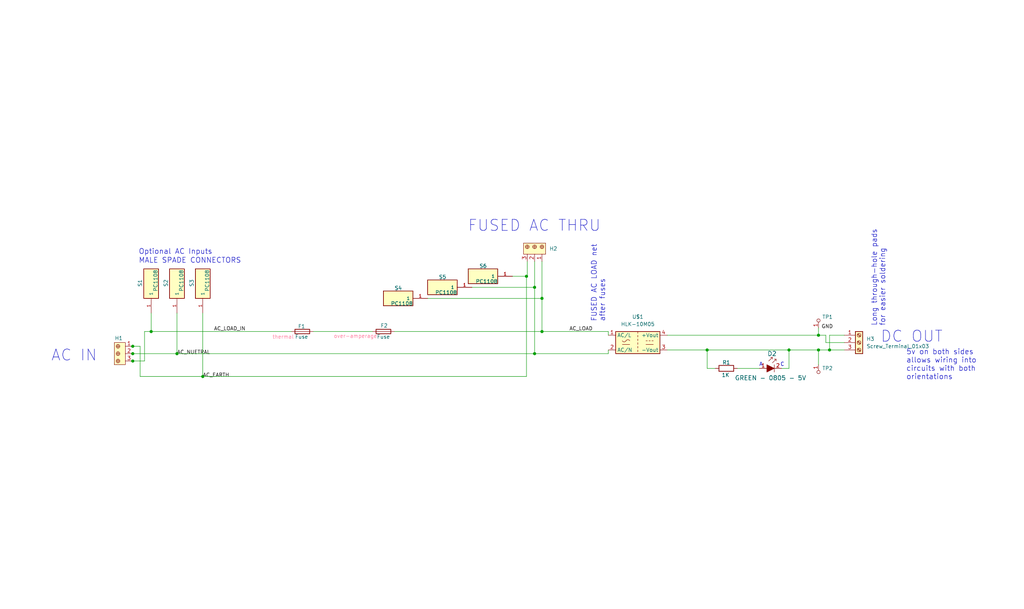
<source format=kicad_sch>
(kicad_sch
	(version 20231120)
	(generator "eeschema")
	(generator_version "8.0")
	(uuid "51c3aa60-5efe-4dd7-96cc-206f992ef6ea")
	(paper "User" 352.73 210.007)
	(lib_symbols
		(symbol "1508-0-57-15-00-00-03-0_1"
			(pin_names
				(offset 1.016)
			)
			(exclude_from_sim no)
			(in_bom yes)
			(on_board yes)
			(property "Reference" "TP"
				(at -2.54 1.27 0)
				(effects
					(font
						(size 1.27 1.27)
					)
					(justify right)
				)
			)
			(property "Value" "1508-0-57-15-00-00-03-0"
				(at 0 -2.54 0)
				(effects
					(font
						(size 1.27 1.27)
					)
				)
			)
			(property "Footprint" "digikey-footprints:Test-Point-Pin_Drill2.79mm"
				(at 5.08 5.08 0)
				(effects
					(font
						(size 1.524 1.524)
					)
					(justify left)
					(hide yes)
				)
			)
			(property "Datasheet" "https://www.mill-max.com/assets/pdfs/224.pdf"
				(at 5.08 7.62 0)
				(effects
					(font
						(size 1.524 1.524)
					)
					(justify left)
					(hide yes)
				)
			)
			(property "Description" "TESTPOINT PIN SMD"
				(at 5.08 25.4 0)
				(effects
					(font
						(size 1.524 1.524)
					)
					(justify left)
					(hide yes)
				)
			)
			(property "MPN" "1508-0-57-15-00-00-03-0"
				(at 5.08 12.7 0)
				(effects
					(font
						(size 1.524 1.524)
					)
					(justify left)
					(hide yes)
				)
			)
			(property "Category" "Test and Measurement"
				(at 5.08 15.24 0)
				(effects
					(font
						(size 1.524 1.524)
					)
					(justify left)
					(hide yes)
				)
			)
			(property "Family" "Test Points"
				(at 5.08 17.78 0)
				(effects
					(font
						(size 1.524 1.524)
					)
					(justify left)
					(hide yes)
				)
			)
			(property "DK_Datasheet_Link" "https://www.mill-max.com/assets/pdfs/224.pdf"
				(at 5.08 20.32 0)
				(effects
					(font
						(size 1.524 1.524)
					)
					(justify left)
					(hide yes)
				)
			)
			(property "DK_Detail_Page" "/product-detail/en/mill-max-manufacturing-corp/1508-0-57-15-00-00-03-0/ED1088CT-ND/3029225"
				(at 5.08 22.86 0)
				(effects
					(font
						(size 1.524 1.524)
					)
					(justify left)
					(hide yes)
				)
			)
			(property "Manufacturer" "Mill-Max Manufacturing Corp."
				(at 5.08 27.94 0)
				(effects
					(font
						(size 1.524 1.524)
					)
					(justify left)
					(hide yes)
				)
			)
			(property "Status" "Active"
				(at 5.08 30.48 0)
				(effects
					(font
						(size 1.524 1.524)
					)
					(justify left)
					(hide yes)
				)
			)
			(property "ki_keywords" "ED1088CT-ND 1508"
				(at 0 0 0)
				(effects
					(font
						(size 1.27 1.27)
					)
					(hide yes)
				)
			)
			(symbol "1508-0-57-15-00-00-03-0_1_0_1"
				(circle
					(center 0 0)
					(radius 0.5588)
					(stroke
						(width 0)
						(type solid)
					)
					(fill
						(type none)
					)
				)
			)
			(symbol "1508-0-57-15-00-00-03-0_1_1_1"
				(pin passive line
					(at 0 2.54 270)
					(length 1.905)
					(name "~"
						(effects
							(font
								(size 1.27 1.27)
							)
						)
					)
					(number "1"
						(effects
							(font
								(size 1.27 1.27)
							)
						)
					)
				)
			)
		)
		(symbol "Connector:Screw_Terminal_01x03"
			(pin_names
				(offset 1.016) hide)
			(exclude_from_sim no)
			(in_bom yes)
			(on_board yes)
			(property "Reference" "J"
				(at 0 5.08 0)
				(effects
					(font
						(size 1.27 1.27)
					)
				)
			)
			(property "Value" "Screw_Terminal_01x03"
				(at 0 -5.08 0)
				(effects
					(font
						(size 1.27 1.27)
					)
				)
			)
			(property "Footprint" ""
				(at 0 0 0)
				(effects
					(font
						(size 1.27 1.27)
					)
					(hide yes)
				)
			)
			(property "Datasheet" "~"
				(at 0 0 0)
				(effects
					(font
						(size 1.27 1.27)
					)
					(hide yes)
				)
			)
			(property "Description" "Generic screw terminal, single row, 01x03, script generated (kicad-library-utils/schlib/autogen/connector/)"
				(at 0 0 0)
				(effects
					(font
						(size 1.27 1.27)
					)
					(hide yes)
				)
			)
			(property "ki_keywords" "screw terminal"
				(at 0 0 0)
				(effects
					(font
						(size 1.27 1.27)
					)
					(hide yes)
				)
			)
			(property "ki_fp_filters" "TerminalBlock*:*"
				(at 0 0 0)
				(effects
					(font
						(size 1.27 1.27)
					)
					(hide yes)
				)
			)
			(symbol "Screw_Terminal_01x03_1_1"
				(rectangle
					(start -1.27 3.81)
					(end 1.27 -3.81)
					(stroke
						(width 0.254)
						(type default)
					)
					(fill
						(type background)
					)
				)
				(circle
					(center 0 -2.54)
					(radius 0.635)
					(stroke
						(width 0.1524)
						(type default)
					)
					(fill
						(type none)
					)
				)
				(polyline
					(pts
						(xy -0.5334 -2.2098) (xy 0.3302 -3.048)
					)
					(stroke
						(width 0.1524)
						(type default)
					)
					(fill
						(type none)
					)
				)
				(polyline
					(pts
						(xy -0.5334 0.3302) (xy 0.3302 -0.508)
					)
					(stroke
						(width 0.1524)
						(type default)
					)
					(fill
						(type none)
					)
				)
				(polyline
					(pts
						(xy -0.5334 2.8702) (xy 0.3302 2.032)
					)
					(stroke
						(width 0.1524)
						(type default)
					)
					(fill
						(type none)
					)
				)
				(polyline
					(pts
						(xy -0.3556 -2.032) (xy 0.508 -2.8702)
					)
					(stroke
						(width 0.1524)
						(type default)
					)
					(fill
						(type none)
					)
				)
				(polyline
					(pts
						(xy -0.3556 0.508) (xy 0.508 -0.3302)
					)
					(stroke
						(width 0.1524)
						(type default)
					)
					(fill
						(type none)
					)
				)
				(polyline
					(pts
						(xy -0.3556 3.048) (xy 0.508 2.2098)
					)
					(stroke
						(width 0.1524)
						(type default)
					)
					(fill
						(type none)
					)
				)
				(circle
					(center 0 0)
					(radius 0.635)
					(stroke
						(width 0.1524)
						(type default)
					)
					(fill
						(type none)
					)
				)
				(circle
					(center 0 2.54)
					(radius 0.635)
					(stroke
						(width 0.1524)
						(type default)
					)
					(fill
						(type none)
					)
				)
				(pin passive line
					(at -5.08 2.54 0)
					(length 3.81)
					(name "Pin_1"
						(effects
							(font
								(size 1.27 1.27)
							)
						)
					)
					(number "1"
						(effects
							(font
								(size 1.27 1.27)
							)
						)
					)
				)
				(pin passive line
					(at -5.08 0 0)
					(length 3.81)
					(name "Pin_2"
						(effects
							(font
								(size 1.27 1.27)
							)
						)
					)
					(number "2"
						(effects
							(font
								(size 1.27 1.27)
							)
						)
					)
				)
				(pin passive line
					(at -5.08 -2.54 0)
					(length 3.81)
					(name "Pin_3"
						(effects
							(font
								(size 1.27 1.27)
							)
						)
					)
					(number "3"
						(effects
							(font
								(size 1.27 1.27)
							)
						)
					)
				)
			)
		)
		(symbol "Converter_ACDC:HLK-10M05"
			(exclude_from_sim no)
			(in_bom yes)
			(on_board yes)
			(property "Reference" "PS"
				(at 0 5.08 0)
				(effects
					(font
						(size 1.27 1.27)
					)
				)
			)
			(property "Value" "HLK-10M05"
				(at 0 -5.08 0)
				(effects
					(font
						(size 1.27 1.27)
					)
				)
			)
			(property "Footprint" "Converter_ACDC:Converter_ACDC_Hi-Link_HLK-10Mxx"
				(at 0 -6.985 0)
				(effects
					(font
						(size 1.27 1.27)
					)
					(hide yes)
				)
			)
			(property "Datasheet" "http://h.hlktech.com/download/ACDC%E7%94%B5%E6%BA%90%E6%A8%A1%E5%9D%9710W%E7%B3%BB%E5%88%97/1/%E6%B5%B7%E5%87%8C%E7%A7%9110W%E7%B3%BB%E5%88%97%E7%94%B5%E6%BA%90%E6%A8%A1%E5%9D%97%E8%A7%84%E6%A0%BC%E4%B9%A6V1.8.pdf"
				(at 0 -8.89 0)
				(effects
					(font
						(size 1.27 1.27)
					)
					(hide yes)
				)
			)
			(property "Description" "Compact AC/DC board mount power module 10W 5V"
				(at 0 0 0)
				(effects
					(font
						(size 1.27 1.27)
					)
					(hide yes)
				)
			)
			(property "ki_keywords" "AC/DC module power supply"
				(at 0 0 0)
				(effects
					(font
						(size 1.27 1.27)
					)
					(hide yes)
				)
			)
			(property "ki_fp_filters" "Converter*ACDC*Hi?Link*HLK?10M*"
				(at 0 0 0)
				(effects
					(font
						(size 1.27 1.27)
					)
					(hide yes)
				)
			)
			(symbol "HLK-10M05_0_1"
				(rectangle
					(start -7.62 3.81)
					(end 7.62 -3.81)
					(stroke
						(width 0.254)
						(type default)
					)
					(fill
						(type background)
					)
				)
				(arc
					(start -5.334 0.635)
					(mid -4.699 0.2495)
					(end -4.064 0.635)
					(stroke
						(width 0)
						(type default)
					)
					(fill
						(type none)
					)
				)
				(arc
					(start -2.794 0.635)
					(mid -3.429 1.0072)
					(end -4.064 0.635)
					(stroke
						(width 0)
						(type default)
					)
					(fill
						(type none)
					)
				)
				(polyline
					(pts
						(xy -5.334 -0.635) (xy -2.794 -0.635)
					)
					(stroke
						(width 0)
						(type default)
					)
					(fill
						(type none)
					)
				)
				(polyline
					(pts
						(xy 0 -2.54) (xy 0 -3.175)
					)
					(stroke
						(width 0)
						(type default)
					)
					(fill
						(type none)
					)
				)
				(polyline
					(pts
						(xy 0 -1.27) (xy 0 -1.905)
					)
					(stroke
						(width 0)
						(type default)
					)
					(fill
						(type none)
					)
				)
				(polyline
					(pts
						(xy 0 0) (xy 0 -0.635)
					)
					(stroke
						(width 0)
						(type default)
					)
					(fill
						(type none)
					)
				)
				(polyline
					(pts
						(xy 0 1.27) (xy 0 0.635)
					)
					(stroke
						(width 0)
						(type default)
					)
					(fill
						(type none)
					)
				)
				(polyline
					(pts
						(xy 0 2.54) (xy 0 1.905)
					)
					(stroke
						(width 0)
						(type default)
					)
					(fill
						(type none)
					)
				)
				(polyline
					(pts
						(xy 0 3.81) (xy 0 3.175)
					)
					(stroke
						(width 0)
						(type default)
					)
					(fill
						(type none)
					)
				)
				(polyline
					(pts
						(xy 2.794 -0.635) (xy 5.334 -0.635)
					)
					(stroke
						(width 0)
						(type default)
					)
					(fill
						(type none)
					)
				)
				(polyline
					(pts
						(xy 2.794 0.635) (xy 3.302 0.635)
					)
					(stroke
						(width 0)
						(type default)
					)
					(fill
						(type none)
					)
				)
				(polyline
					(pts
						(xy 3.81 0.635) (xy 4.318 0.635)
					)
					(stroke
						(width 0)
						(type default)
					)
					(fill
						(type none)
					)
				)
				(polyline
					(pts
						(xy 4.826 0.635) (xy 5.334 0.635)
					)
					(stroke
						(width 0)
						(type default)
					)
					(fill
						(type none)
					)
				)
			)
			(symbol "HLK-10M05_1_1"
				(pin power_in line
					(at -10.16 2.54 0)
					(length 2.54)
					(name "AC/L"
						(effects
							(font
								(size 1.27 1.27)
							)
						)
					)
					(number "1"
						(effects
							(font
								(size 1.27 1.27)
							)
						)
					)
				)
				(pin power_in line
					(at -10.16 -2.54 0)
					(length 2.54)
					(name "AC/N"
						(effects
							(font
								(size 1.27 1.27)
							)
						)
					)
					(number "2"
						(effects
							(font
								(size 1.27 1.27)
							)
						)
					)
				)
				(pin power_out line
					(at 10.16 -2.54 180)
					(length 2.54)
					(name "-Vout"
						(effects
							(font
								(size 1.27 1.27)
							)
						)
					)
					(number "3"
						(effects
							(font
								(size 1.27 1.27)
							)
						)
					)
				)
				(pin power_out line
					(at 10.16 2.54 180)
					(length 2.54)
					(name "+Vout"
						(effects
							(font
								(size 1.27 1.27)
							)
						)
					)
					(number "4"
						(effects
							(font
								(size 1.27 1.27)
							)
						)
					)
				)
			)
		)
		(symbol "Device:Fuse"
			(pin_numbers hide)
			(pin_names
				(offset 0)
			)
			(exclude_from_sim no)
			(in_bom yes)
			(on_board yes)
			(property "Reference" "F"
				(at 2.032 0 90)
				(effects
					(font
						(size 1.27 1.27)
					)
				)
			)
			(property "Value" "Fuse"
				(at -1.905 0 90)
				(effects
					(font
						(size 1.27 1.27)
					)
				)
			)
			(property "Footprint" ""
				(at -1.778 0 90)
				(effects
					(font
						(size 1.27 1.27)
					)
					(hide yes)
				)
			)
			(property "Datasheet" "~"
				(at 0 0 0)
				(effects
					(font
						(size 1.27 1.27)
					)
					(hide yes)
				)
			)
			(property "Description" "Fuse"
				(at 0 0 0)
				(effects
					(font
						(size 1.27 1.27)
					)
					(hide yes)
				)
			)
			(property "ki_keywords" "fuse"
				(at 0 0 0)
				(effects
					(font
						(size 1.27 1.27)
					)
					(hide yes)
				)
			)
			(property "ki_fp_filters" "*Fuse*"
				(at 0 0 0)
				(effects
					(font
						(size 1.27 1.27)
					)
					(hide yes)
				)
			)
			(symbol "Fuse_0_1"
				(rectangle
					(start -0.762 -2.54)
					(end 0.762 2.54)
					(stroke
						(width 0.254)
						(type default)
					)
					(fill
						(type none)
					)
				)
				(polyline
					(pts
						(xy 0 2.54) (xy 0 -2.54)
					)
					(stroke
						(width 0)
						(type default)
					)
					(fill
						(type none)
					)
				)
			)
			(symbol "Fuse_1_1"
				(pin passive line
					(at 0 3.81 270)
					(length 1.27)
					(name "~"
						(effects
							(font
								(size 1.27 1.27)
							)
						)
					)
					(number "1"
						(effects
							(font
								(size 1.27 1.27)
							)
						)
					)
				)
				(pin passive line
					(at 0 -3.81 90)
					(length 1.27)
					(name "~"
						(effects
							(font
								(size 1.27 1.27)
							)
						)
					)
					(number "2"
						(effects
							(font
								(size 1.27 1.27)
							)
						)
					)
				)
			)
		)
		(symbol "Device:R"
			(pin_numbers hide)
			(pin_names
				(offset 0)
			)
			(exclude_from_sim no)
			(in_bom yes)
			(on_board yes)
			(property "Reference" "R"
				(at 2.032 0 90)
				(effects
					(font
						(size 1.27 1.27)
					)
				)
			)
			(property "Value" "R"
				(at 0 0 90)
				(effects
					(font
						(size 1.27 1.27)
					)
				)
			)
			(property "Footprint" ""
				(at -1.778 0 90)
				(effects
					(font
						(size 1.27 1.27)
					)
					(hide yes)
				)
			)
			(property "Datasheet" "~"
				(at 0 0 0)
				(effects
					(font
						(size 1.27 1.27)
					)
					(hide yes)
				)
			)
			(property "Description" "Resistor"
				(at 0 0 0)
				(effects
					(font
						(size 1.27 1.27)
					)
					(hide yes)
				)
			)
			(property "ki_keywords" "R res resistor"
				(at 0 0 0)
				(effects
					(font
						(size 1.27 1.27)
					)
					(hide yes)
				)
			)
			(property "ki_fp_filters" "R_*"
				(at 0 0 0)
				(effects
					(font
						(size 1.27 1.27)
					)
					(hide yes)
				)
			)
			(symbol "R_0_1"
				(rectangle
					(start -1.016 -2.54)
					(end 1.016 2.54)
					(stroke
						(width 0.254)
						(type default)
					)
					(fill
						(type none)
					)
				)
			)
			(symbol "R_1_1"
				(pin passive line
					(at 0 3.81 270)
					(length 1.27)
					(name "~"
						(effects
							(font
								(size 1.27 1.27)
							)
						)
					)
					(number "1"
						(effects
							(font
								(size 1.27 1.27)
							)
						)
					)
				)
				(pin passive line
					(at 0 -3.81 90)
					(length 1.27)
					(name "~"
						(effects
							(font
								(size 1.27 1.27)
							)
						)
					)
					(number "2"
						(effects
							(font
								(size 1.27 1.27)
							)
						)
					)
				)
			)
		)
		(symbol "Snapeda_kicad_sym:PC1108"
			(pin_names
				(offset 1.016)
			)
			(exclude_from_sim no)
			(in_bom yes)
			(on_board yes)
			(property "Reference" "H"
				(at -5.08 3.81 0)
				(effects
					(font
						(size 1.27 1.27)
					)
					(justify left bottom)
				)
			)
			(property "Value" "PC1108"
				(at -5.08 -5.08 0)
				(effects
					(font
						(size 1.27 1.27)
					)
					(justify left bottom)
				)
			)
			(property "Footprint" "Snapeda:PC1108_TERMINAL_PC1108"
				(at 0 0 0)
				(effects
					(font
						(size 1.27 1.27)
					)
					(justify bottom)
					(hide yes)
				)
			)
			(property "Datasheet" ""
				(at 0 0 0)
				(effects
					(font
						(size 1.27 1.27)
					)
					(hide yes)
				)
			)
			(property "Description" ""
				(at 0 0 0)
				(effects
					(font
						(size 1.27 1.27)
					)
					(hide yes)
				)
			)
			(property "MF" "Valcon"
				(at 0 0 0)
				(effects
					(font
						(size 1.27 1.27)
					)
					(justify bottom)
					(hide yes)
				)
			)
			(property "MAXIMUM_PACKAGE_HEIGHT" "9mm"
				(at 0 0 0)
				(effects
					(font
						(size 1.27 1.27)
					)
					(justify bottom)
					(hide yes)
				)
			)
			(property "Package" "None"
				(at 0 0 0)
				(effects
					(font
						(size 1.27 1.27)
					)
					(justify bottom)
					(hide yes)
				)
			)
			(property "Price" "None"
				(at 0 0 0)
				(effects
					(font
						(size 1.27 1.27)
					)
					(justify bottom)
					(hide yes)
				)
			)
			(property "Check_prices" "https://www.snapeda.com/parts/PC1108/Valcon/view-part/?ref=eda"
				(at 0 0 0)
				(effects
					(font
						(size 1.27 1.27)
					)
					(justify bottom)
					(hide yes)
				)
			)
			(property "STANDARD" "Manufacturer Recommendations"
				(at 0 0 0)
				(effects
					(font
						(size 1.27 1.27)
					)
					(justify bottom)
					(hide yes)
				)
			)
			(property "PARTREV" "A"
				(at 0 0 0)
				(effects
					(font
						(size 1.27 1.27)
					)
					(justify bottom)
					(hide yes)
				)
			)
			(property "SnapEDA_Link" "https://www.snapeda.com/parts/PC1108/Valcon/view-part/?ref=snap"
				(at 0 0 0)
				(effects
					(font
						(size 1.27 1.27)
					)
					(justify bottom)
					(hide yes)
				)
			)
			(property "MP" "PC1108"
				(at 0 0 0)
				(effects
					(font
						(size 1.27 1.27)
					)
					(justify bottom)
					(hide yes)
				)
			)
			(property "Description_1" "\nPC11x - Valcon Vertical PCB Mount Spade Terminal 2.8mm Tab Width\n"
				(at 0 0 0)
				(effects
					(font
						(size 1.27 1.27)
					)
					(justify bottom)
					(hide yes)
				)
			)
			(property "Availability" "In Stock"
				(at 0 0 0)
				(effects
					(font
						(size 1.27 1.27)
					)
					(justify bottom)
					(hide yes)
				)
			)
			(property "MANUFACTURER" "Valcon"
				(at 0 0 0)
				(effects
					(font
						(size 1.27 1.27)
					)
					(justify bottom)
					(hide yes)
				)
			)
			(symbol "PC1108_0_0"
				(rectangle
					(start -5.08 -2.54)
					(end 5.08 2.54)
					(stroke
						(width 0.254)
						(type default)
					)
					(fill
						(type background)
					)
				)
				(pin passive line
					(at -10.16 0 0)
					(length 5.08)
					(name "1"
						(effects
							(font
								(size 1.016 1.016)
							)
						)
					)
					(number "1"
						(effects
							(font
								(size 1.016 1.016)
							)
						)
					)
				)
			)
		)
		(symbol "dk_LED-Indication-Discrete:LG_R971-KN-1"
			(pin_names
				(offset 0)
			)
			(exclude_from_sim no)
			(in_bom yes)
			(on_board yes)
			(property "Reference" "D"
				(at -5.08 3.81 0)
				(effects
					(font
						(size 1.524 1.524)
					)
				)
			)
			(property "Value" "LG_R971-KN-1"
				(at -1.27 -3.81 0)
				(effects
					(font
						(size 1.524 1.524)
					)
				)
			)
			(property "Footprint" "digikey-footprints:0805"
				(at 5.08 5.08 0)
				(effects
					(font
						(size 1.524 1.524)
					)
					(justify left)
					(hide yes)
				)
			)
			(property "Datasheet" "https://dammedia.osram.info/media/resource/hires/osram-dam-2493936/LG%20R971.pdf"
				(at 5.08 7.62 0)
				(effects
					(font
						(size 1.524 1.524)
					)
					(justify left)
					(hide yes)
				)
			)
			(property "Description" "LED GREEN DIFFUSED 0805 SMD"
				(at 5.08 25.4 0)
				(effects
					(font
						(size 1.524 1.524)
					)
					(justify left)
					(hide yes)
				)
			)
			(property "MPN" "LG R971-KN-1"
				(at 5.08 12.7 0)
				(effects
					(font
						(size 1.524 1.524)
					)
					(justify left)
					(hide yes)
				)
			)
			(property "Category" "Optoelectronics"
				(at 5.08 15.24 0)
				(effects
					(font
						(size 1.524 1.524)
					)
					(justify left)
					(hide yes)
				)
			)
			(property "Family" "LED Indication - Discrete"
				(at 5.08 17.78 0)
				(effects
					(font
						(size 1.524 1.524)
					)
					(justify left)
					(hide yes)
				)
			)
			(property "DK_Datasheet_Link" "https://dammedia.osram.info/media/resource/hires/osram-dam-2493936/LG%20R971.pdf"
				(at 5.08 20.32 0)
				(effects
					(font
						(size 1.524 1.524)
					)
					(justify left)
					(hide yes)
				)
			)
			(property "DK_Detail_Page" "/product-detail/en/osram-opto-semiconductors-inc/LG-R971-KN-1/475-1410-1-ND/1802598"
				(at 5.08 22.86 0)
				(effects
					(font
						(size 1.524 1.524)
					)
					(justify left)
					(hide yes)
				)
			)
			(property "Manufacturer" "OSRAM Opto Semiconductors Inc."
				(at 5.08 27.94 0)
				(effects
					(font
						(size 1.524 1.524)
					)
					(justify left)
					(hide yes)
				)
			)
			(property "Status" "Active"
				(at 5.08 30.48 0)
				(effects
					(font
						(size 1.524 1.524)
					)
					(justify left)
					(hide yes)
				)
			)
			(property "ki_keywords" "475-1410-1-ND CHIPLED 0805"
				(at 0 0 0)
				(effects
					(font
						(size 1.27 1.27)
					)
					(hide yes)
				)
			)
			(symbol "LG_R971-KN-1_0_1"
				(polyline
					(pts
						(xy -0.635 3.81) (xy -1.905 2.54)
					)
					(stroke
						(width 0)
						(type solid)
					)
					(fill
						(type none)
					)
				)
				(polyline
					(pts
						(xy 0 1.27) (xy 0 -1.27)
					)
					(stroke
						(width 0)
						(type solid)
					)
					(fill
						(type none)
					)
				)
				(polyline
					(pts
						(xy 0.635 3.175) (xy -0.635 1.905)
					)
					(stroke
						(width 0)
						(type solid)
					)
					(fill
						(type none)
					)
				)
				(polyline
					(pts
						(xy -1.27 3.81) (xy -0.635 3.81) (xy -0.635 3.175)
					)
					(stroke
						(width 0)
						(type solid)
					)
					(fill
						(type none)
					)
				)
				(polyline
					(pts
						(xy 0 3.175) (xy 0.635 3.175) (xy 0.635 2.54)
					)
					(stroke
						(width 0)
						(type solid)
					)
					(fill
						(type none)
					)
				)
				(polyline
					(pts
						(xy -2.54 1.27) (xy -2.54 -1.27) (xy 0 0) (xy -2.54 1.27)
					)
					(stroke
						(width 0)
						(type solid)
					)
					(fill
						(type outline)
					)
				)
			)
			(symbol "LG_R971-KN-1_1_1"
				(pin passive line
					(at -5.08 0 0)
					(length 2.54)
					(name "~"
						(effects
							(font
								(size 1.27 1.27)
							)
						)
					)
					(number "1"
						(effects
							(font
								(size 1.27 1.27)
							)
						)
					)
				)
				(pin passive line
					(at 2.54 0 180)
					(length 2.54)
					(name "~"
						(effects
							(font
								(size 1.27 1.27)
							)
						)
					)
					(number "2"
						(effects
							(font
								(size 1.27 1.27)
							)
						)
					)
				)
			)
		)
		(symbol "dk_Terminal-Blocks-Wire-to-Board:OSTTC032162"
			(pin_names
				(offset 1.016)
			)
			(exclude_from_sim no)
			(in_bom yes)
			(on_board yes)
			(property "Reference" "J"
				(at -2.54 -1.27 0)
				(effects
					(font
						(size 1.27 1.27)
					)
					(justify right)
				)
			)
			(property "Value" "OSTTC032162"
				(at 2.54 -5.08 0)
				(effects
					(font
						(size 1.27 1.27)
					)
				)
			)
			(property "Footprint" "digikey-footprints:TERM_BLOCK_1x3_P5.08MM"
				(at 5.08 5.08 0)
				(effects
					(font
						(size 1.524 1.524)
					)
					(justify left)
					(hide yes)
				)
			)
			(property "Datasheet" "http://www.on-shore.com/wp-content/uploads/OSTTCXX2162.pdf"
				(at 5.08 7.62 0)
				(effects
					(font
						(size 1.524 1.524)
					)
					(justify left)
					(hide yes)
				)
			)
			(property "Description" "TERM BLK 3P SIDE ENT 5.08MM PCB"
				(at 5.08 25.4 0)
				(effects
					(font
						(size 1.524 1.524)
					)
					(justify left)
					(hide yes)
				)
			)
			(property "MPN" "OSTTC032162"
				(at 5.08 12.7 0)
				(effects
					(font
						(size 1.524 1.524)
					)
					(justify left)
					(hide yes)
				)
			)
			(property "Category" "Connectors, Interconnects"
				(at 5.08 15.24 0)
				(effects
					(font
						(size 1.524 1.524)
					)
					(justify left)
					(hide yes)
				)
			)
			(property "Family" "Terminal Blocks - Wire to Board"
				(at 5.08 17.78 0)
				(effects
					(font
						(size 1.524 1.524)
					)
					(justify left)
					(hide yes)
				)
			)
			(property "DK_Datasheet_Link" "http://www.on-shore.com/wp-content/uploads/OSTTCXX2162.pdf"
				(at 5.08 20.32 0)
				(effects
					(font
						(size 1.524 1.524)
					)
					(justify left)
					(hide yes)
				)
			)
			(property "DK_Detail_Page" "/product-detail/en/on-shore-technology-inc/OSTTC032162/ED2610-ND/614559"
				(at 5.08 22.86 0)
				(effects
					(font
						(size 1.524 1.524)
					)
					(justify left)
					(hide yes)
				)
			)
			(property "Manufacturer" "On Shore Technology Inc."
				(at 5.08 27.94 0)
				(effects
					(font
						(size 1.524 1.524)
					)
					(justify left)
					(hide yes)
				)
			)
			(property "Status" "Active"
				(at 5.08 30.48 0)
				(effects
					(font
						(size 1.524 1.524)
					)
					(justify left)
					(hide yes)
				)
			)
			(property "ki_keywords" "ED2610-ND OSTTC"
				(at 0 0 0)
				(effects
					(font
						(size 1.27 1.27)
					)
					(hide yes)
				)
			)
			(symbol "OSTTC032162_1_1"
				(rectangle
					(start -1.27 0)
					(end 6.35 -3.81)
					(stroke
						(width 0)
						(type solid)
					)
					(fill
						(type background)
					)
				)
				(circle
					(center 0 -2.54)
					(radius 0.635)
					(stroke
						(width 0)
						(type solid)
					)
					(fill
						(type none)
					)
				)
				(polyline
					(pts
						(xy 0 -1.905) (xy 0 -3.175)
					)
					(stroke
						(width 0)
						(type solid)
					)
					(fill
						(type none)
					)
				)
				(polyline
					(pts
						(xy 0.635 -2.54) (xy -0.635 -2.54)
					)
					(stroke
						(width 0)
						(type solid)
					)
					(fill
						(type none)
					)
				)
				(polyline
					(pts
						(xy 1.905 -2.54) (xy 3.175 -2.54)
					)
					(stroke
						(width 0)
						(type solid)
					)
					(fill
						(type none)
					)
				)
				(polyline
					(pts
						(xy 2.54 -1.905) (xy 2.54 -3.175)
					)
					(stroke
						(width 0)
						(type solid)
					)
					(fill
						(type none)
					)
				)
				(polyline
					(pts
						(xy 4.445 -2.54) (xy 5.715 -2.54)
					)
					(stroke
						(width 0)
						(type solid)
					)
					(fill
						(type none)
					)
				)
				(polyline
					(pts
						(xy 5.08 -1.905) (xy 5.08 -3.175)
					)
					(stroke
						(width 0)
						(type solid)
					)
					(fill
						(type none)
					)
				)
				(circle
					(center 2.54 -2.54)
					(radius 0.635)
					(stroke
						(width 0)
						(type solid)
					)
					(fill
						(type none)
					)
				)
				(circle
					(center 5.08 -2.54)
					(radius 0.635)
					(stroke
						(width 0)
						(type solid)
					)
					(fill
						(type none)
					)
				)
				(pin passive line
					(at 0 2.54 270)
					(length 2.54)
					(name "~"
						(effects
							(font
								(size 1.27 1.27)
							)
						)
					)
					(number "1"
						(effects
							(font
								(size 1.27 1.27)
							)
						)
					)
				)
				(pin passive line
					(at 2.54 2.54 270)
					(length 2.54)
					(name "~"
						(effects
							(font
								(size 1.27 1.27)
							)
						)
					)
					(number "2"
						(effects
							(font
								(size 1.27 1.27)
							)
						)
					)
				)
				(pin passive line
					(at 5.08 2.54 270)
					(length 2.54)
					(name "~"
						(effects
							(font
								(size 1.27 1.27)
							)
						)
					)
					(number "3"
						(effects
							(font
								(size 1.27 1.27)
							)
						)
					)
				)
			)
		)
		(symbol "dk_Test-Points:1508-0-57-15-00-00-03-0"
			(pin_names
				(offset 1.016)
			)
			(exclude_from_sim no)
			(in_bom yes)
			(on_board yes)
			(property "Reference" "TP"
				(at -2.54 1.27 0)
				(effects
					(font
						(size 1.27 1.27)
					)
					(justify right)
				)
			)
			(property "Value" "1508-0-57-15-00-00-03-0"
				(at 0 -2.54 0)
				(effects
					(font
						(size 1.27 1.27)
					)
				)
			)
			(property "Footprint" "digikey-footprints:Test-Point-Pin_Drill2.79mm"
				(at 5.08 5.08 0)
				(effects
					(font
						(size 1.524 1.524)
					)
					(justify left)
					(hide yes)
				)
			)
			(property "Datasheet" "https://www.mill-max.com/assets/pdfs/224.pdf"
				(at 5.08 7.62 0)
				(effects
					(font
						(size 1.524 1.524)
					)
					(justify left)
					(hide yes)
				)
			)
			(property "Description" "TESTPOINT PIN SMD"
				(at 5.08 25.4 0)
				(effects
					(font
						(size 1.524 1.524)
					)
					(justify left)
					(hide yes)
				)
			)
			(property "MPN" "1508-0-57-15-00-00-03-0"
				(at 5.08 12.7 0)
				(effects
					(font
						(size 1.524 1.524)
					)
					(justify left)
					(hide yes)
				)
			)
			(property "Category" "Test and Measurement"
				(at 5.08 15.24 0)
				(effects
					(font
						(size 1.524 1.524)
					)
					(justify left)
					(hide yes)
				)
			)
			(property "Family" "Test Points"
				(at 5.08 17.78 0)
				(effects
					(font
						(size 1.524 1.524)
					)
					(justify left)
					(hide yes)
				)
			)
			(property "DK_Datasheet_Link" "https://www.mill-max.com/assets/pdfs/224.pdf"
				(at 5.08 20.32 0)
				(effects
					(font
						(size 1.524 1.524)
					)
					(justify left)
					(hide yes)
				)
			)
			(property "DK_Detail_Page" "/product-detail/en/mill-max-manufacturing-corp/1508-0-57-15-00-00-03-0/ED1088CT-ND/3029225"
				(at 5.08 22.86 0)
				(effects
					(font
						(size 1.524 1.524)
					)
					(justify left)
					(hide yes)
				)
			)
			(property "Manufacturer" "Mill-Max Manufacturing Corp."
				(at 5.08 27.94 0)
				(effects
					(font
						(size 1.524 1.524)
					)
					(justify left)
					(hide yes)
				)
			)
			(property "Status" "Active"
				(at 5.08 30.48 0)
				(effects
					(font
						(size 1.524 1.524)
					)
					(justify left)
					(hide yes)
				)
			)
			(property "ki_keywords" "ED1088CT-ND 1508"
				(at 0 0 0)
				(effects
					(font
						(size 1.27 1.27)
					)
					(hide yes)
				)
			)
			(symbol "1508-0-57-15-00-00-03-0_0_1"
				(circle
					(center 0 0)
					(radius 0.5588)
					(stroke
						(width 0)
						(type solid)
					)
					(fill
						(type none)
					)
				)
			)
			(symbol "1508-0-57-15-00-00-03-0_1_1"
				(pin passive line
					(at 0 2.54 270)
					(length 1.905)
					(name "~"
						(effects
							(font
								(size 1.27 1.27)
							)
						)
					)
					(number "1"
						(effects
							(font
								(size 1.27 1.27)
							)
						)
					)
				)
			)
		)
	)
	(junction
		(at 184.15 99.06)
		(diameter 0)
		(color 0 0 0 0)
		(uuid "0fd084a3-9d80-48a0-b2f5-1d11874f3b8a")
	)
	(junction
		(at 285.75 120.65)
		(diameter 0)
		(color 0 0 0 0)
		(uuid "1767e4f6-6c03-4cf4-81c9-6d8cb3ef9a9d")
	)
	(junction
		(at 45.72 119.38)
		(diameter 0)
		(color 0 0 0 0)
		(uuid "28a8b0f5-398d-4664-bc72-3fa009743875")
	)
	(junction
		(at 186.69 102.87)
		(diameter 0)
		(color 0 0 0 0)
		(uuid "573b5672-5f78-474a-810e-d43a7da53ff5")
	)
	(junction
		(at 45.72 121.92)
		(diameter 0)
		(color 0 0 0 0)
		(uuid "753b8a84-0c7e-4379-b78c-3a3435487edb")
	)
	(junction
		(at 281.94 120.65)
		(diameter 0)
		(color 0 0 0 0)
		(uuid "7e55c154-2fa7-4b80-9aa1-e1424a60af26")
	)
	(junction
		(at 181.356 95.25)
		(diameter 0)
		(color 0 0 0 0)
		(uuid "82b64b3d-dfa3-4562-9d66-8b502f6b901e")
	)
	(junction
		(at 186.69 114.3)
		(diameter 0)
		(color 0 0 0 0)
		(uuid "92683164-ebbc-4e71-961d-0f755e07b5bd")
	)
	(junction
		(at 281.94 115.57)
		(diameter 0)
		(color 0 0 0 0)
		(uuid "953b865f-e09a-452d-a9ad-3e764f9ff8fa")
	)
	(junction
		(at 52.07 114.3)
		(diameter 0)
		(color 0 0 0 0)
		(uuid "9cbc30b1-4827-4547-9755-12b598a88bd0")
	)
	(junction
		(at 69.85 129.794)
		(diameter 0)
		(color 0 0 0 0)
		(uuid "a3631b80-ad28-46b6-9a2c-7955675d42eb")
	)
	(junction
		(at 60.96 121.92)
		(diameter 0)
		(color 0 0 0 0)
		(uuid "c8f9f508-236b-4fa5-9ef1-b4cdccec4a27")
	)
	(junction
		(at 271.78 120.65)
		(diameter 0)
		(color 0 0 0 0)
		(uuid "ce732ac6-5fc7-4e5c-919e-93fac87c8cde")
	)
	(junction
		(at 184.15 121.92)
		(diameter 0)
		(color 0 0 0 0)
		(uuid "d0618670-3b65-4982-993b-2e353ca6b204")
	)
	(junction
		(at 45.72 124.46)
		(diameter 0)
		(color 0 0 0 0)
		(uuid "e3c74c8e-1808-4d4a-973c-0f39835c5c32")
	)
	(junction
		(at 243.586 120.65)
		(diameter 0)
		(color 0 0 0 0)
		(uuid "e561e3dd-56ec-430c-9174-8e80feaf9476")
	)
	(wire
		(pts
			(xy 281.94 115.57) (xy 284.48 115.57)
		)
		(stroke
			(width 0.1524)
			(type solid)
		)
		(uuid "05127fdb-10f6-4d6d-98e0-bd4b6cc5699b")
	)
	(wire
		(pts
			(xy 243.586 127) (xy 243.586 120.65)
		)
		(stroke
			(width 0.1524)
			(type solid)
		)
		(uuid "054ebc7a-5b99-4d04-bf85-277544cbce0d")
	)
	(wire
		(pts
			(xy 45.72 124.46) (xy 49.784 124.46)
		)
		(stroke
			(width 0.1524)
			(type solid)
		)
		(uuid "0968bbaf-a3b5-4ffd-a7c0-c54b68da2ffd")
	)
	(wire
		(pts
			(xy 181.356 95.25) (xy 181.356 129.794)
		)
		(stroke
			(width 0.1524)
			(type solid)
		)
		(uuid "0a450512-fb3f-42f8-898f-37a558259a2f")
	)
	(wire
		(pts
			(xy 285.75 120.65) (xy 285.75 115.57)
		)
		(stroke
			(width 0.1524)
			(type solid)
		)
		(uuid "0f86081b-0fc4-4bac-8269-84dac4fafe35")
	)
	(wire
		(pts
			(xy 271.78 120.65) (xy 271.78 127)
		)
		(stroke
			(width 0.1524)
			(type solid)
		)
		(uuid "1499b73b-065f-4107-acb9-072ab06b394c")
	)
	(wire
		(pts
			(xy 246.38 127) (xy 243.586 127)
		)
		(stroke
			(width 0.1524)
			(type solid)
		)
		(uuid "14e4db92-2d35-4431-b34d-4730ec28c038")
	)
	(wire
		(pts
			(xy 209.55 121.92) (xy 184.15 121.92)
		)
		(stroke
			(width 0.1524)
			(type solid)
		)
		(uuid "1d38f3e6-0456-4171-a356-bf85e8e1e15f")
	)
	(wire
		(pts
			(xy 45.466 119.38) (xy 45.72 119.38)
		)
		(stroke
			(width 0.1524)
			(type solid)
		)
		(uuid "1f734fba-4b83-4c26-b650-e174ea949727")
	)
	(wire
		(pts
			(xy 284.48 118.11) (xy 290.83 118.11)
		)
		(stroke
			(width 0.1524)
			(type solid)
		)
		(uuid "1f7505e3-df75-40f9-ba32-3d878493d6a3")
	)
	(wire
		(pts
			(xy 49.784 124.46) (xy 49.784 114.3)
		)
		(stroke
			(width 0.1524)
			(type solid)
		)
		(uuid "216637e5-b51f-4017-9322-5bcc5ede792f")
	)
	(wire
		(pts
			(xy 107.95 114.3) (xy 128.27 114.3)
		)
		(stroke
			(width 0.1524)
			(type solid)
		)
		(uuid "27ce2cb0-095d-48ff-89e6-8f4462810f13")
	)
	(wire
		(pts
			(xy 271.78 120.65) (xy 281.94 120.65)
		)
		(stroke
			(width 0.1524)
			(type solid)
		)
		(uuid "2a0562a6-22ac-4f77-9a0e-6ff6194c6900")
	)
	(wire
		(pts
			(xy 181.61 95.25) (xy 181.356 95.25)
		)
		(stroke
			(width 0.1524)
			(type solid)
		)
		(uuid "2cf51b75-4878-4502-909c-362a4b193f49")
	)
	(wire
		(pts
			(xy 60.96 107.95) (xy 60.96 121.92)
		)
		(stroke
			(width 0.1524)
			(type solid)
		)
		(uuid "3d7e73e8-67a3-47f9-8e02-5f4bfce68f39")
	)
	(wire
		(pts
			(xy 186.69 114.3) (xy 209.55 114.3)
		)
		(stroke
			(width 0.1524)
			(type solid)
		)
		(uuid "3ffba953-78a0-46e2-aaa5-9527b664096b")
	)
	(wire
		(pts
			(xy 69.85 129.794) (xy 181.356 129.794)
		)
		(stroke
			(width 0.1524)
			(type solid)
		)
		(uuid "40c546fa-c6e8-417d-9df7-cccea958926d")
	)
	(wire
		(pts
			(xy 243.586 120.65) (xy 271.78 120.65)
		)
		(stroke
			(width 0.1524)
			(type solid)
		)
		(uuid "44b12860-cf04-4571-949b-6e21acf7be13")
	)
	(wire
		(pts
			(xy 281.94 120.65) (xy 281.94 125.73)
		)
		(stroke
			(width 0.1524)
			(type solid)
		)
		(uuid "453adf36-77a8-4e76-a447-919254df2ec8")
	)
	(wire
		(pts
			(xy 48.26 119.38) (xy 48.26 129.794)
		)
		(stroke
			(width 0.1524)
			(type solid)
		)
		(uuid "46b591a3-20a8-44d6-9a11-2eb534fbd09c")
	)
	(wire
		(pts
			(xy 271.78 127) (xy 269.24 127)
		)
		(stroke
			(width 0.1524)
			(type solid)
		)
		(uuid "48530d18-df18-4c85-967c-c78f1d6f20b0")
	)
	(wire
		(pts
			(xy 209.55 114.3) (xy 209.55 115.57)
		)
		(stroke
			(width 0.1524)
			(type solid)
		)
		(uuid "495adbfd-b94d-4705-9a8b-150fc9a4b441")
	)
	(wire
		(pts
			(xy 45.72 119.38) (xy 48.26 119.38)
		)
		(stroke
			(width 0.1524)
			(type solid)
		)
		(uuid "55c9c86b-db3a-4167-96c1-acd06b2e03fa")
	)
	(wire
		(pts
			(xy 52.07 107.95) (xy 52.07 114.3)
		)
		(stroke
			(width 0.1524)
			(type solid)
		)
		(uuid "601e2c41-8f93-4367-a992-ad85f6106945")
	)
	(wire
		(pts
			(xy 184.15 121.92) (xy 60.96 121.92)
		)
		(stroke
			(width 0.1524)
			(type solid)
		)
		(uuid "69d88cc0-ed37-4258-87a0-f4fa01ffef1e")
	)
	(wire
		(pts
			(xy 209.55 120.65) (xy 209.55 121.92)
		)
		(stroke
			(width 0.1524)
			(type solid)
		)
		(uuid "6c9e9c09-360e-4990-9e25-32e4a22f7cb4")
	)
	(wire
		(pts
			(xy 281.94 120.65) (xy 285.75 120.65)
		)
		(stroke
			(width 0.1524)
			(type solid)
		)
		(uuid "7617b69c-ebd2-4382-99c1-ab7e54d976f5")
	)
	(wire
		(pts
			(xy 285.75 115.57) (xy 290.83 115.57)
		)
		(stroke
			(width 0.1524)
			(type solid)
		)
		(uuid "7752ca09-cb7c-4819-b182-25ad29ef0127")
	)
	(wire
		(pts
			(xy 147.32 102.87) (xy 186.69 102.87)
		)
		(stroke
			(width 0.1524)
			(type solid)
		)
		(uuid "8fad7538-6173-40d1-acda-d7506de0f766")
	)
	(wire
		(pts
			(xy 254 127) (xy 261.62 127)
		)
		(stroke
			(width 0.1524)
			(type solid)
		)
		(uuid "915f7733-c2d0-4fc9-8a3a-8aac57ed0f7d")
	)
	(wire
		(pts
			(xy 184.15 99.06) (xy 184.15 121.92)
		)
		(stroke
			(width 0.1524)
			(type solid)
		)
		(uuid "9941cc97-20e8-46fe-b0cb-d9505189ec24")
	)
	(wire
		(pts
			(xy 176.53 95.25) (xy 181.356 95.25)
		)
		(stroke
			(width 0.1524)
			(type solid)
		)
		(uuid "a4fd9a7a-08ab-42bd-8a66-3fca66f6ac48")
	)
	(wire
		(pts
			(xy 45.466 124.46) (xy 45.72 124.46)
		)
		(stroke
			(width 0.1524)
			(type solid)
		)
		(uuid "a70fbad3-4cb2-4275-82cb-19f9e2f78377")
	)
	(wire
		(pts
			(xy 135.89 114.3) (xy 186.69 114.3)
		)
		(stroke
			(width 0.1524)
			(type solid)
		)
		(uuid "a8b12d32-c334-40f4-9714-c25ca46ebf2e")
	)
	(wire
		(pts
			(xy 186.69 90.17) (xy 186.69 102.87)
		)
		(stroke
			(width 0.1524)
			(type solid)
		)
		(uuid "aad0bca0-645d-421a-99dd-f7c1ddd6ead2")
	)
	(wire
		(pts
			(xy 284.48 115.57) (xy 284.48 118.11)
		)
		(stroke
			(width 0.1524)
			(type solid)
		)
		(uuid "ab96aad0-7e4a-4beb-9fcd-c35564ff4cfd")
	)
	(wire
		(pts
			(xy 69.85 107.95) (xy 69.85 129.794)
		)
		(stroke
			(width 0.1524)
			(type solid)
		)
		(uuid "ae7b9a47-08d4-4d1e-90ac-aeaf1fa8a60d")
	)
	(wire
		(pts
			(xy 281.94 113.03) (xy 281.94 115.57)
		)
		(stroke
			(width 0)
			(type default)
		)
		(uuid "b209d7e0-e79b-4a33-8a2a-2e344d7fe5a5")
	)
	(wire
		(pts
			(xy 45.72 121.92) (xy 45.466 121.92)
		)
		(stroke
			(width 0.1524)
			(type solid)
		)
		(uuid "b2fa9fdb-ec5d-43af-a277-807b91a0629e")
	)
	(wire
		(pts
			(xy 162.56 99.06) (xy 184.15 99.06)
		)
		(stroke
			(width 0.1524)
			(type solid)
		)
		(uuid "b6c02420-3232-4a81-80a9-382084d81f27")
	)
	(wire
		(pts
			(xy 181.61 90.17) (xy 181.61 95.25)
		)
		(stroke
			(width 0.1524)
			(type solid)
		)
		(uuid "baa7d690-c432-44a5-924a-32a8e663bf47")
	)
	(wire
		(pts
			(xy 184.15 90.17) (xy 184.15 99.06)
		)
		(stroke
			(width 0.1524)
			(type solid)
		)
		(uuid "c6c96208-f404-40b9-831a-69ceb129e99b")
	)
	(wire
		(pts
			(xy 52.07 114.3) (xy 100.33 114.3)
		)
		(stroke
			(width 0.1524)
			(type solid)
		)
		(uuid "c83f0216-ca39-4d04-8623-d63cd1259a3b")
	)
	(wire
		(pts
			(xy 60.96 121.92) (xy 60.96 122.428)
		)
		(stroke
			(width 0.1524)
			(type solid)
		)
		(uuid "ca1055a7-cf09-41c2-a24f-6e905e663417")
	)
	(wire
		(pts
			(xy 229.87 115.57) (xy 281.94 115.57)
		)
		(stroke
			(width 0.1524)
			(type solid)
		)
		(uuid "d1e47cdd-ed6d-4979-a794-731e6e0a34e8")
	)
	(wire
		(pts
			(xy 285.75 120.65) (xy 290.83 120.65)
		)
		(stroke
			(width 0.1524)
			(type solid)
		)
		(uuid "da5335e3-c606-4b60-9104-e1c8fa24f359")
	)
	(wire
		(pts
			(xy 69.85 130.302) (xy 69.85 129.794)
		)
		(stroke
			(width 0.1524)
			(type solid)
		)
		(uuid "ddba12ac-8afe-4d4f-85e8-3ab079610b33")
	)
	(wire
		(pts
			(xy 45.72 121.92) (xy 60.96 121.92)
		)
		(stroke
			(width 0.1524)
			(type solid)
		)
		(uuid "e1860bc8-86e6-4a55-a83d-fc54cf1119b8")
	)
	(wire
		(pts
			(xy 186.69 102.87) (xy 186.69 114.3)
		)
		(stroke
			(width 0.1524)
			(type solid)
		)
		(uuid "f7c794de-1870-4594-8e24-460d106faf24")
	)
	(wire
		(pts
			(xy 48.26 129.794) (xy 69.85 129.794)
		)
		(stroke
			(width 0.1524)
			(type solid)
		)
		(uuid "fc145eea-67ca-4402-ac0f-aa202b48d937")
	)
	(wire
		(pts
			(xy 229.87 120.65) (xy 243.586 120.65)
		)
		(stroke
			(width 0.1524)
			(type solid)
		)
		(uuid "fd07df04-cdca-4ae4-bba4-e0ef63b2bf4e")
	)
	(wire
		(pts
			(xy 49.784 114.3) (xy 52.07 114.3)
		)
		(stroke
			(width 0.1524)
			(type solid)
		)
		(uuid "fdab4a2e-839d-4d5e-8d3d-83cfaa4ab3c8")
	)
	(text "AC IN"
		(exclude_from_sim no)
		(at 33.528 120.396 0)
		(effects
			(font
				(size 3.81 3.81)
			)
			(justify right top)
		)
		(uuid "354c3c28-59c2-4827-aa9f-dc713e2aadbd")
	)
	(text "5v on both sides\nallows wiring into\ncircuits with both\norientations"
		(exclude_from_sim no)
		(at 312.166 131.064 0)
		(effects
			(font
				(size 1.778 1.778)
			)
			(justify left bottom)
		)
		(uuid "481691ad-6d75-4bdc-9b05-9c4f40e08f12")
	)
	(text "over-amperage"
		(exclude_from_sim no)
		(at 122.428 116.078 0)
		(effects
			(font
				(size 1.27 1.27)
				(color 255 133 165 1)
			)
		)
		(uuid "5e9e4d3f-47da-4406-b0c1-9deb2640a13c")
	)
	(text "C"
		(exclude_from_sim no)
		(at 269.494 125.73 0)
		(effects
			(font
				(size 1.27 1.27)
			)
		)
		(uuid "6ccccd65-317b-4a56-a057-48134024a079")
	)
	(text "Long through-hole pads\nfor easier soldering"
		(exclude_from_sim no)
		(at 305.054 112.522 90)
		(effects
			(font
				(size 1.778 1.778)
			)
			(justify left bottom)
		)
		(uuid "72eb7f99-bb02-4d50-91c5-b905773d5272")
	)
	(text "thermal"
		(exclude_from_sim no)
		(at 97.536 116.332 0)
		(effects
			(font
				(size 1.27 1.27)
				(color 255 133 165 1)
			)
		)
		(uuid "7d095d21-9ffc-4b2b-af1b-7b3df30898c2")
	)
	(text "MALE SPADE CONNECTORS"
		(exclude_from_sim no)
		(at 47.752 90.932 0)
		(effects
			(font
				(size 1.778 1.778)
			)
			(justify left bottom)
		)
		(uuid "aad8df72-42c7-411d-b229-66149670cbbc")
	)
	(text "A"
		(exclude_from_sim no)
		(at 262.128 125.73 0)
		(effects
			(font
				(size 1.27 1.27)
			)
		)
		(uuid "b01b62e4-9876-4aee-b431-da270df7f45b")
	)
	(text "Optional AC Inputs"
		(exclude_from_sim no)
		(at 47.752 87.884 0)
		(effects
			(font
				(size 1.778 1.778)
			)
			(justify left bottom)
		)
		(uuid "c8528dcd-bc16-4f31-a52c-27cf389c8a12")
	)
	(text "DC OUT"
		(exclude_from_sim no)
		(at 303.276 118.364 0)
		(effects
			(font
				(size 3.81 3.81)
			)
			(justify left bottom)
		)
		(uuid "cfd58cf5-8280-479d-8c49-29d06008a3e6")
	)
	(text "FUSED AC THRU"
		(exclude_from_sim no)
		(at 207.01 75.692 0)
		(effects
			(font
				(size 3.81 3.81)
			)
			(justify right top)
		)
		(uuid "e9c3d23a-9f2f-4c73-9ee2-d2d2a0c3a5f2")
	)
	(text "FUSED AC LOAD net\nafter fuses"
		(exclude_from_sim no)
		(at 208.534 110.998 90)
		(effects
			(font
				(size 1.778 1.778)
			)
			(justify left bottom)
		)
		(uuid "f5642d70-a91e-4b9d-9391-89e3bedf15c0")
	)
	(label "GND"
		(at 282.956 113.538 0)
		(fields_autoplaced yes)
		(effects
			(font
				(size 1.2446 1.2446)
			)
			(justify left bottom)
		)
		(uuid "7669b06b-b313-4226-b2e6-c5e8462b8c20")
	)
	(label "AC_LOAD"
		(at 196.088 114.3 0)
		(fields_autoplaced yes)
		(effects
			(font
				(size 1.2446 1.2446)
			)
			(justify left bottom)
		)
		(uuid "b1e6b498-412a-4bfd-958e-f399ef1fe649")
	)
	(label "AC_EARTH"
		(at 69.85 130.302 0)
		(fields_autoplaced yes)
		(effects
			(font
				(size 1.2446 1.2446)
			)
			(justify left bottom)
		)
		(uuid "d78583fa-2811-4251-9843-f167d0ffc162")
	)
	(label "AC_LOAD_IN"
		(at 73.66 114.3 0)
		(fields_autoplaced yes)
		(effects
			(font
				(size 1.2446 1.2446)
			)
			(justify left bottom)
		)
		(uuid "ee8965e0-5b93-4f4a-8923-a489d7386513")
	)
	(label "AC_NUETRAL"
		(at 60.96 122.428 0)
		(fields_autoplaced yes)
		(effects
			(font
				(size 1.2446 1.2446)
			)
			(justify left bottom)
		)
		(uuid "f04c5c11-2b19-41b5-84c6-1849d576e298")
	)
	(symbol
		(lib_id "dk_Test-Points:1508-0-57-15-00-00-03-0")
		(at 281.94 128.27 0)
		(unit 1)
		(exclude_from_sim no)
		(in_bom yes)
		(on_board yes)
		(dnp no)
		(fields_autoplaced yes)
		(uuid "2c17e30f-23fd-4703-9a96-c14587a17c73")
		(property "Reference" "TP2"
			(at 283.21 126.9618 0)
			(effects
				(font
					(size 1.27 1.27)
				)
				(justify left)
			)
		)
		(property "Value" " "
			(at 283.21 129.5018 0)
			(effects
				(font
					(size 1.27 1.27)
				)
				(justify left)
			)
		)
		(property "Footprint" "digikey-footprints:Test-Point-Pin_Drill2.79mm"
			(at 287.02 123.19 0)
			(effects
				(font
					(size 1.524 1.524)
				)
				(justify left)
				(hide yes)
			)
		)
		(property "Datasheet" "https://www.mill-max.com/assets/pdfs/224.pdf"
			(at 287.02 120.65 0)
			(effects
				(font
					(size 1.524 1.524)
				)
				(justify left)
				(hide yes)
			)
		)
		(property "Description" "TESTPOINT PIN SMD"
			(at 287.02 102.87 0)
			(effects
				(font
					(size 1.524 1.524)
				)
				(justify left)
				(hide yes)
			)
		)
		(property "MPN" "1508-0-57-15-00-00-03-0"
			(at 287.02 115.57 0)
			(effects
				(font
					(size 1.524 1.524)
				)
				(justify left)
				(hide yes)
			)
		)
		(property "Category" "Test and Measurement"
			(at 287.02 113.03 0)
			(effects
				(font
					(size 1.524 1.524)
				)
				(justify left)
				(hide yes)
			)
		)
		(property "Family" "Test Points"
			(at 287.02 110.49 0)
			(effects
				(font
					(size 1.524 1.524)
				)
				(justify left)
				(hide yes)
			)
		)
		(property "DK_Datasheet_Link" "https://www.mill-max.com/assets/pdfs/224.pdf"
			(at 287.02 107.95 0)
			(effects
				(font
					(size 1.524 1.524)
				)
				(justify left)
				(hide yes)
			)
		)
		(property "DK_Detail_Page" "/product-detail/en/mill-max-manufacturing-corp/1508-0-57-15-00-00-03-0/ED1088CT-ND/3029225"
			(at 287.02 105.41 0)
			(effects
				(font
					(size 1.524 1.524)
				)
				(justify left)
				(hide yes)
			)
		)
		(property "Manufacturer" "Mill-Max Manufacturing Corp."
			(at 287.02 100.33 0)
			(effects
				(font
					(size 1.524 1.524)
				)
				(justify left)
				(hide yes)
			)
		)
		(property "Status" "Active"
			(at 287.02 97.79 0)
			(effects
				(font
					(size 1.524 1.524)
				)
				(justify left)
				(hide yes)
			)
		)
		(pin "1"
			(uuid "75240645-577f-4492-9a83-0e8e7953b008")
		)
		(instances
			(project "THE5V-3A-ACDCPowerSupply"
				(path "/51c3aa60-5efe-4dd7-96cc-206f992ef6ea"
					(reference "TP2")
					(unit 1)
				)
			)
		)
	)
	(symbol
		(lib_id "Snapeda_kicad_sym:PC1108")
		(at 69.85 97.79 90)
		(unit 1)
		(exclude_from_sim no)
		(in_bom yes)
		(on_board yes)
		(dnp no)
		(uuid "309d6bfe-b0d9-446f-898a-c907d5c42c14")
		(property "Reference" "S3"
			(at 66.04 96.266 0)
			(effects
				(font
					(size 1.27 1.27)
				)
				(justify right)
			)
		)
		(property "Value" "PC1108"
			(at 71.374 92.964 0)
			(effects
				(font
					(size 1.27 1.27)
				)
				(justify right)
			)
		)
		(property "Footprint" "Snapeda:TERMINAL_PC1108"
			(at 69.85 97.79 0)
			(effects
				(font
					(size 1.27 1.27)
				)
				(justify bottom)
				(hide yes)
			)
		)
		(property "Datasheet" ""
			(at 69.85 97.79 0)
			(effects
				(font
					(size 1.27 1.27)
				)
				(hide yes)
			)
		)
		(property "Description" ""
			(at 69.85 97.79 0)
			(effects
				(font
					(size 1.27 1.27)
				)
				(hide yes)
			)
		)
		(property "MF" "Valcon"
			(at 69.85 97.79 0)
			(effects
				(font
					(size 1.27 1.27)
				)
				(justify bottom)
				(hide yes)
			)
		)
		(property "MAXIMUM_PACKAGE_HEIGHT" "9mm"
			(at 69.85 97.79 0)
			(effects
				(font
					(size 1.27 1.27)
				)
				(justify bottom)
				(hide yes)
			)
		)
		(property "Package" "None"
			(at 69.85 97.79 0)
			(effects
				(font
					(size 1.27 1.27)
				)
				(justify bottom)
				(hide yes)
			)
		)
		(property "Price" "None"
			(at 69.85 97.79 0)
			(effects
				(font
					(size 1.27 1.27)
				)
				(justify bottom)
				(hide yes)
			)
		)
		(property "Check_prices" "https://www.snapeda.com/parts/PC1108/Valcon/view-part/?ref=eda"
			(at 69.85 97.79 0)
			(effects
				(font
					(size 1.27 1.27)
				)
				(justify bottom)
				(hide yes)
			)
		)
		(property "STANDARD" "Manufacturer Recommendations"
			(at 69.85 97.79 0)
			(effects
				(font
					(size 1.27 1.27)
				)
				(justify bottom)
				(hide yes)
			)
		)
		(property "PARTREV" "A"
			(at 69.85 97.79 0)
			(effects
				(font
					(size 1.27 1.27)
				)
				(justify bottom)
				(hide yes)
			)
		)
		(property "SnapEDA_Link" "https://www.snapeda.com/parts/PC1108/Valcon/view-part/?ref=snap"
			(at 69.85 97.79 0)
			(effects
				(font
					(size 1.27 1.27)
				)
				(justify bottom)
				(hide yes)
			)
		)
		(property "MP" "PC1108"
			(at 69.85 97.79 0)
			(effects
				(font
					(size 1.27 1.27)
				)
				(justify bottom)
				(hide yes)
			)
		)
		(property "Description_1" "\nPC11x - Valcon Vertical PCB Mount Spade Terminal 2.8mm Tab Width\n"
			(at 69.85 97.79 0)
			(effects
				(font
					(size 1.27 1.27)
				)
				(justify bottom)
				(hide yes)
			)
		)
		(property "Availability" "In Stock"
			(at 69.85 97.79 0)
			(effects
				(font
					(size 1.27 1.27)
				)
				(justify bottom)
				(hide yes)
			)
		)
		(property "MANUFACTURER" "Valcon"
			(at 69.85 97.79 0)
			(effects
				(font
					(size 1.27 1.27)
				)
				(justify bottom)
				(hide yes)
			)
		)
		(pin "1"
			(uuid "3fa72013-ac25-471c-9b2c-f952ff8a6dbe")
		)
		(instances
			(project "THE5V-3A-ACDCPowerSupply"
				(path "/51c3aa60-5efe-4dd7-96cc-206f992ef6ea"
					(reference "S3")
					(unit 1)
				)
			)
		)
	)
	(symbol
		(lib_id "dk_Terminal-Blocks-Wire-to-Board:OSTTC032162")
		(at 43.18 119.38 270)
		(unit 1)
		(exclude_from_sim no)
		(in_bom yes)
		(on_board yes)
		(dnp no)
		(uuid "33315a93-e0fa-44b3-8f1e-d038ae410a15")
		(property "Reference" "H1"
			(at 40.894 116.586 90)
			(effects
				(font
					(size 1.27 1.27)
				)
			)
		)
		(property "Value" "OSTTC032162"
			(at 41.275 115.57 90)
			(effects
				(font
					(size 1.27 1.27)
				)
				(hide yes)
			)
		)
		(property "Footprint" "digikey-footprints:TERM_BLOCK_1x3_P5.08MM"
			(at 48.26 124.46 0)
			(effects
				(font
					(size 1.524 1.524)
				)
				(justify left)
				(hide yes)
			)
		)
		(property "Datasheet" "http://www.on-shore.com/wp-content/uploads/OSTTCXX2162.pdf"
			(at 50.8 124.46 0)
			(effects
				(font
					(size 1.524 1.524)
				)
				(justify left)
				(hide yes)
			)
		)
		(property "Description" "TERM BLK 3P SIDE ENT 5.08MM PCB"
			(at 68.58 124.46 0)
			(effects
				(font
					(size 1.524 1.524)
				)
				(justify left)
				(hide yes)
			)
		)
		(property "MPN" "OSTTC032162"
			(at 55.88 124.46 0)
			(effects
				(font
					(size 1.524 1.524)
				)
				(justify left)
				(hide yes)
			)
		)
		(property "Category" "Connectors, Interconnects"
			(at 58.42 124.46 0)
			(effects
				(font
					(size 1.524 1.524)
				)
				(justify left)
				(hide yes)
			)
		)
		(property "Family" "Terminal Blocks - Wire to Board"
			(at 60.96 124.46 0)
			(effects
				(font
					(size 1.524 1.524)
				)
				(justify left)
				(hide yes)
			)
		)
		(property "DK_Datasheet_Link" "http://www.on-shore.com/wp-content/uploads/OSTTCXX2162.pdf"
			(at 63.5 124.46 0)
			(effects
				(font
					(size 1.524 1.524)
				)
				(justify left)
				(hide yes)
			)
		)
		(property "DK_Detail_Page" "/product-detail/en/on-shore-technology-inc/OSTTC032162/ED2610-ND/614559"
			(at 66.04 124.46 0)
			(effects
				(font
					(size 1.524 1.524)
				)
				(justify left)
				(hide yes)
			)
		)
		(property "Manufacturer" "On Shore Technology Inc."
			(at 71.12 124.46 0)
			(effects
				(font
					(size 1.524 1.524)
				)
				(justify left)
				(hide yes)
			)
		)
		(property "Status" "Active"
			(at 73.66 124.46 0)
			(effects
				(font
					(size 1.524 1.524)
				)
				(justify left)
				(hide yes)
			)
		)
		(pin "2"
			(uuid "d6d3f826-94fe-48ca-b363-f73eb2a846e6")
		)
		(pin "1"
			(uuid "4a443779-4fbb-4bd3-83ce-76af086150d9")
		)
		(pin "3"
			(uuid "ad3abbe8-4aa0-4887-a5ca-4084d26f3371")
		)
		(instances
			(project "THE5V-3A-ACDCPowerSupply"
				(path "/51c3aa60-5efe-4dd7-96cc-206f992ef6ea"
					(reference "H1")
					(unit 1)
				)
			)
		)
	)
	(symbol
		(lib_id "Snapeda_kicad_sym:PC1108")
		(at 166.37 95.25 180)
		(unit 1)
		(exclude_from_sim no)
		(in_bom yes)
		(on_board yes)
		(dnp no)
		(uuid "4a677eb3-1d76-4d7f-a7df-680c9d16a2ff")
		(property "Reference" "S6"
			(at 165.1 91.694 0)
			(effects
				(font
					(size 1.27 1.27)
				)
				(justify right)
			)
		)
		(property "Value" "PC1108"
			(at 163.83 97.028 0)
			(effects
				(font
					(size 1.27 1.27)
				)
				(justify right)
			)
		)
		(property "Footprint" "Snapeda:TERMINAL_PC1108"
			(at 166.37 95.25 0)
			(effects
				(font
					(size 1.27 1.27)
				)
				(justify bottom)
				(hide yes)
			)
		)
		(property "Datasheet" ""
			(at 166.37 95.25 0)
			(effects
				(font
					(size 1.27 1.27)
				)
				(hide yes)
			)
		)
		(property "Description" ""
			(at 166.37 95.25 0)
			(effects
				(font
					(size 1.27 1.27)
				)
				(hide yes)
			)
		)
		(property "MF" "Valcon"
			(at 166.37 95.25 0)
			(effects
				(font
					(size 1.27 1.27)
				)
				(justify bottom)
				(hide yes)
			)
		)
		(property "MAXIMUM_PACKAGE_HEIGHT" "9mm"
			(at 166.37 95.25 0)
			(effects
				(font
					(size 1.27 1.27)
				)
				(justify bottom)
				(hide yes)
			)
		)
		(property "Package" "None"
			(at 166.37 95.25 0)
			(effects
				(font
					(size 1.27 1.27)
				)
				(justify bottom)
				(hide yes)
			)
		)
		(property "Price" "None"
			(at 166.37 95.25 0)
			(effects
				(font
					(size 1.27 1.27)
				)
				(justify bottom)
				(hide yes)
			)
		)
		(property "Check_prices" "https://www.snapeda.com/parts/PC1108/Valcon/view-part/?ref=eda"
			(at 166.37 95.25 0)
			(effects
				(font
					(size 1.27 1.27)
				)
				(justify bottom)
				(hide yes)
			)
		)
		(property "STANDARD" "Manufacturer Recommendations"
			(at 166.37 95.25 0)
			(effects
				(font
					(size 1.27 1.27)
				)
				(justify bottom)
				(hide yes)
			)
		)
		(property "PARTREV" "A"
			(at 166.37 95.25 0)
			(effects
				(font
					(size 1.27 1.27)
				)
				(justify bottom)
				(hide yes)
			)
		)
		(property "SnapEDA_Link" "https://www.snapeda.com/parts/PC1108/Valcon/view-part/?ref=snap"
			(at 166.37 95.25 0)
			(effects
				(font
					(size 1.27 1.27)
				)
				(justify bottom)
				(hide yes)
			)
		)
		(property "MP" "PC1108"
			(at 166.37 95.25 0)
			(effects
				(font
					(size 1.27 1.27)
				)
				(justify bottom)
				(hide yes)
			)
		)
		(property "Description_1" "\nPC11x - Valcon Vertical PCB Mount Spade Terminal 2.8mm Tab Width\n"
			(at 166.37 95.25 0)
			(effects
				(font
					(size 1.27 1.27)
				)
				(justify bottom)
				(hide yes)
			)
		)
		(property "Availability" "In Stock"
			(at 166.37 95.25 0)
			(effects
				(font
					(size 1.27 1.27)
				)
				(justify bottom)
				(hide yes)
			)
		)
		(property "MANUFACTURER" "Valcon"
			(at 166.37 95.25 0)
			(effects
				(font
					(size 1.27 1.27)
				)
				(justify bottom)
				(hide yes)
			)
		)
		(pin "1"
			(uuid "a1e34b2b-7e95-417a-ad5d-da77963d114a")
		)
		(instances
			(project "THE5V-3A-ACDCPowerSupply"
				(path "/51c3aa60-5efe-4dd7-96cc-206f992ef6ea"
					(reference "S6")
					(unit 1)
				)
			)
		)
	)
	(symbol
		(lib_name "1508-0-57-15-00-00-03-0_1")
		(lib_id "dk_Test-Points:1508-0-57-15-00-00-03-0")
		(at 281.94 110.49 180)
		(unit 1)
		(exclude_from_sim no)
		(in_bom yes)
		(on_board yes)
		(dnp no)
		(fields_autoplaced yes)
		(uuid "6ce3ce19-0b40-48da-867a-de3f7fc4141d")
		(property "Reference" "TP1"
			(at 283.21 109.258 0)
			(effects
				(font
					(size 1.27 1.27)
				)
				(justify right)
			)
		)
		(property "Value" " "
			(at 283.21 111.798 0)
			(effects
				(font
					(size 1.27 1.27)
				)
				(justify right)
			)
		)
		(property "Footprint" "digikey-footprints:Test-Point-Pin_Drill2.79mm"
			(at 276.86 115.57 0)
			(effects
				(font
					(size 1.524 1.524)
				)
				(justify left)
				(hide yes)
			)
		)
		(property "Datasheet" "https://www.mill-max.com/assets/pdfs/224.pdf"
			(at 276.86 118.11 0)
			(effects
				(font
					(size 1.524 1.524)
				)
				(justify left)
				(hide yes)
			)
		)
		(property "Description" "TESTPOINT PIN SMD"
			(at 276.86 135.89 0)
			(effects
				(font
					(size 1.524 1.524)
				)
				(justify left)
				(hide yes)
			)
		)
		(property "MPN" "1508-0-57-15-00-00-03-0"
			(at 276.86 123.19 0)
			(effects
				(font
					(size 1.524 1.524)
				)
				(justify left)
				(hide yes)
			)
		)
		(property "Category" "Test and Measurement"
			(at 276.86 125.73 0)
			(effects
				(font
					(size 1.524 1.524)
				)
				(justify left)
				(hide yes)
			)
		)
		(property "Family" "Test Points"
			(at 276.86 128.27 0)
			(effects
				(font
					(size 1.524 1.524)
				)
				(justify left)
				(hide yes)
			)
		)
		(property "DK_Datasheet_Link" "https://www.mill-max.com/assets/pdfs/224.pdf"
			(at 276.86 130.81 0)
			(effects
				(font
					(size 1.524 1.524)
				)
				(justify left)
				(hide yes)
			)
		)
		(property "DK_Detail_Page" "/product-detail/en/mill-max-manufacturing-corp/1508-0-57-15-00-00-03-0/ED1088CT-ND/3029225"
			(at 276.86 133.35 0)
			(effects
				(font
					(size 1.524 1.524)
				)
				(justify left)
				(hide yes)
			)
		)
		(property "Manufacturer" "Mill-Max Manufacturing Corp."
			(at 276.86 138.43 0)
			(effects
				(font
					(size 1.524 1.524)
				)
				(justify left)
				(hide yes)
			)
		)
		(property "Status" "Active"
			(at 276.86 140.97 0)
			(effects
				(font
					(size 1.524 1.524)
				)
				(justify left)
				(hide yes)
			)
		)
		(pin "1"
			(uuid "e5f10d5e-9b33-484f-bdc8-caf1db6c6550")
		)
		(instances
			(project "THE5V-3A-ACDCPowerSupply"
				(path "/51c3aa60-5efe-4dd7-96cc-206f992ef6ea"
					(reference "TP1")
					(unit 1)
				)
			)
		)
	)
	(symbol
		(lib_id "Snapeda_kicad_sym:PC1108")
		(at 60.96 97.79 90)
		(unit 1)
		(exclude_from_sim no)
		(in_bom yes)
		(on_board yes)
		(dnp no)
		(uuid "74112c40-1a0e-43ec-9d16-aacfb1c8d5d2")
		(property "Reference" "S2"
			(at 57.15 96.266 0)
			(effects
				(font
					(size 1.27 1.27)
				)
				(justify right)
			)
		)
		(property "Value" "PC1108"
			(at 62.484 92.964 0)
			(effects
				(font
					(size 1.27 1.27)
				)
				(justify right)
			)
		)
		(property "Footprint" "Snapeda:TERMINAL_PC1108"
			(at 60.96 97.79 0)
			(effects
				(font
					(size 1.27 1.27)
				)
				(justify bottom)
				(hide yes)
			)
		)
		(property "Datasheet" ""
			(at 60.96 97.79 0)
			(effects
				(font
					(size 1.27 1.27)
				)
				(hide yes)
			)
		)
		(property "Description" ""
			(at 60.96 97.79 0)
			(effects
				(font
					(size 1.27 1.27)
				)
				(hide yes)
			)
		)
		(property "MF" "Valcon"
			(at 60.96 97.79 0)
			(effects
				(font
					(size 1.27 1.27)
				)
				(justify bottom)
				(hide yes)
			)
		)
		(property "MAXIMUM_PACKAGE_HEIGHT" "9mm"
			(at 60.96 97.79 0)
			(effects
				(font
					(size 1.27 1.27)
				)
				(justify bottom)
				(hide yes)
			)
		)
		(property "Package" "None"
			(at 60.96 97.79 0)
			(effects
				(font
					(size 1.27 1.27)
				)
				(justify bottom)
				(hide yes)
			)
		)
		(property "Price" "None"
			(at 60.96 97.79 0)
			(effects
				(font
					(size 1.27 1.27)
				)
				(justify bottom)
				(hide yes)
			)
		)
		(property "Check_prices" "https://www.snapeda.com/parts/PC1108/Valcon/view-part/?ref=eda"
			(at 60.96 97.79 0)
			(effects
				(font
					(size 1.27 1.27)
				)
				(justify bottom)
				(hide yes)
			)
		)
		(property "STANDARD" "Manufacturer Recommendations"
			(at 60.96 97.79 0)
			(effects
				(font
					(size 1.27 1.27)
				)
				(justify bottom)
				(hide yes)
			)
		)
		(property "PARTREV" "A"
			(at 60.96 97.79 0)
			(effects
				(font
					(size 1.27 1.27)
				)
				(justify bottom)
				(hide yes)
			)
		)
		(property "SnapEDA_Link" "https://www.snapeda.com/parts/PC1108/Valcon/view-part/?ref=snap"
			(at 60.96 97.79 0)
			(effects
				(font
					(size 1.27 1.27)
				)
				(justify bottom)
				(hide yes)
			)
		)
		(property "MP" "PC1108"
			(at 60.96 97.79 0)
			(effects
				(font
					(size 1.27 1.27)
				)
				(justify bottom)
				(hide yes)
			)
		)
		(property "Description_1" "\nPC11x - Valcon Vertical PCB Mount Spade Terminal 2.8mm Tab Width\n"
			(at 60.96 97.79 0)
			(effects
				(font
					(size 1.27 1.27)
				)
				(justify bottom)
				(hide yes)
			)
		)
		(property "Availability" "In Stock"
			(at 60.96 97.79 0)
			(effects
				(font
					(size 1.27 1.27)
				)
				(justify bottom)
				(hide yes)
			)
		)
		(property "MANUFACTURER" "Valcon"
			(at 60.96 97.79 0)
			(effects
				(font
					(size 1.27 1.27)
				)
				(justify bottom)
				(hide yes)
			)
		)
		(pin "1"
			(uuid "f27d2876-451a-4f66-b9de-2f4a185c2f21")
		)
		(instances
			(project "THE5V-3A-ACDCPowerSupply"
				(path "/51c3aa60-5efe-4dd7-96cc-206f992ef6ea"
					(reference "S2")
					(unit 1)
				)
			)
		)
	)
	(symbol
		(lib_id "Snapeda_kicad_sym:PC1108")
		(at 152.4 99.06 180)
		(unit 1)
		(exclude_from_sim no)
		(in_bom yes)
		(on_board yes)
		(dnp no)
		(uuid "81dbecfa-a66a-4c40-b619-f90c3cb3ce49")
		(property "Reference" "S5"
			(at 151.13 95.504 0)
			(effects
				(font
					(size 1.27 1.27)
				)
				(justify right)
			)
		)
		(property "Value" "PC1108"
			(at 149.86 100.838 0)
			(effects
				(font
					(size 1.27 1.27)
				)
				(justify right)
			)
		)
		(property "Footprint" "Snapeda:TERMINAL_PC1108"
			(at 152.4 99.06 0)
			(effects
				(font
					(size 1.27 1.27)
				)
				(justify bottom)
				(hide yes)
			)
		)
		(property "Datasheet" ""
			(at 152.4 99.06 0)
			(effects
				(font
					(size 1.27 1.27)
				)
				(hide yes)
			)
		)
		(property "Description" ""
			(at 152.4 99.06 0)
			(effects
				(font
					(size 1.27 1.27)
				)
				(hide yes)
			)
		)
		(property "MF" "Valcon"
			(at 152.4 99.06 0)
			(effects
				(font
					(size 1.27 1.27)
				)
				(justify bottom)
				(hide yes)
			)
		)
		(property "MAXIMUM_PACKAGE_HEIGHT" "9mm"
			(at 152.4 99.06 0)
			(effects
				(font
					(size 1.27 1.27)
				)
				(justify bottom)
				(hide yes)
			)
		)
		(property "Package" "None"
			(at 152.4 99.06 0)
			(effects
				(font
					(size 1.27 1.27)
				)
				(justify bottom)
				(hide yes)
			)
		)
		(property "Price" "None"
			(at 152.4 99.06 0)
			(effects
				(font
					(size 1.27 1.27)
				)
				(justify bottom)
				(hide yes)
			)
		)
		(property "Check_prices" "https://www.snapeda.com/parts/PC1108/Valcon/view-part/?ref=eda"
			(at 152.4 99.06 0)
			(effects
				(font
					(size 1.27 1.27)
				)
				(justify bottom)
				(hide yes)
			)
		)
		(property "STANDARD" "Manufacturer Recommendations"
			(at 152.4 99.06 0)
			(effects
				(font
					(size 1.27 1.27)
				)
				(justify bottom)
				(hide yes)
			)
		)
		(property "PARTREV" "A"
			(at 152.4 99.06 0)
			(effects
				(font
					(size 1.27 1.27)
				)
				(justify bottom)
				(hide yes)
			)
		)
		(property "SnapEDA_Link" "https://www.snapeda.com/parts/PC1108/Valcon/view-part/?ref=snap"
			(at 152.4 99.06 0)
			(effects
				(font
					(size 1.27 1.27)
				)
				(justify bottom)
				(hide yes)
			)
		)
		(property "MP" "PC1108"
			(at 152.4 99.06 0)
			(effects
				(font
					(size 1.27 1.27)
				)
				(justify bottom)
				(hide yes)
			)
		)
		(property "Description_1" "\nPC11x - Valcon Vertical PCB Mount Spade Terminal 2.8mm Tab Width\n"
			(at 152.4 99.06 0)
			(effects
				(font
					(size 1.27 1.27)
				)
				(justify bottom)
				(hide yes)
			)
		)
		(property "Availability" "In Stock"
			(at 152.4 99.06 0)
			(effects
				(font
					(size 1.27 1.27)
				)
				(justify bottom)
				(hide yes)
			)
		)
		(property "MANUFACTURER" "Valcon"
			(at 152.4 99.06 0)
			(effects
				(font
					(size 1.27 1.27)
				)
				(justify bottom)
				(hide yes)
			)
		)
		(pin "1"
			(uuid "5fb3883d-69d8-4010-a380-95128655b28b")
		)
		(instances
			(project "THE5V-3A-ACDCPowerSupply"
				(path "/51c3aa60-5efe-4dd7-96cc-206f992ef6ea"
					(reference "S5")
					(unit 1)
				)
			)
		)
	)
	(symbol
		(lib_id "Snapeda_kicad_sym:PC1108")
		(at 137.16 102.87 180)
		(unit 1)
		(exclude_from_sim no)
		(in_bom yes)
		(on_board yes)
		(dnp no)
		(uuid "85f5077b-ccb9-4a44-ab29-0081fa322c6c")
		(property "Reference" "S4"
			(at 135.89 99.314 0)
			(effects
				(font
					(size 1.27 1.27)
				)
				(justify right)
			)
		)
		(property "Value" "PC1108"
			(at 134.62 104.648 0)
			(effects
				(font
					(size 1.27 1.27)
				)
				(justify right)
			)
		)
		(property "Footprint" "Snapeda:TERMINAL_PC1108"
			(at 137.16 102.87 0)
			(effects
				(font
					(size 1.27 1.27)
				)
				(justify bottom)
				(hide yes)
			)
		)
		(property "Datasheet" ""
			(at 137.16 102.87 0)
			(effects
				(font
					(size 1.27 1.27)
				)
				(hide yes)
			)
		)
		(property "Description" ""
			(at 137.16 102.87 0)
			(effects
				(font
					(size 1.27 1.27)
				)
				(hide yes)
			)
		)
		(property "MF" "Valcon"
			(at 137.16 102.87 0)
			(effects
				(font
					(size 1.27 1.27)
				)
				(justify bottom)
				(hide yes)
			)
		)
		(property "MAXIMUM_PACKAGE_HEIGHT" "9mm"
			(at 137.16 102.87 0)
			(effects
				(font
					(size 1.27 1.27)
				)
				(justify bottom)
				(hide yes)
			)
		)
		(property "Package" "None"
			(at 137.16 102.87 0)
			(effects
				(font
					(size 1.27 1.27)
				)
				(justify bottom)
				(hide yes)
			)
		)
		(property "Price" "None"
			(at 137.16 102.87 0)
			(effects
				(font
					(size 1.27 1.27)
				)
				(justify bottom)
				(hide yes)
			)
		)
		(property "Check_prices" "https://www.snapeda.com/parts/PC1108/Valcon/view-part/?ref=eda"
			(at 137.16 102.87 0)
			(effects
				(font
					(size 1.27 1.27)
				)
				(justify bottom)
				(hide yes)
			)
		)
		(property "STANDARD" "Manufacturer Recommendations"
			(at 137.16 102.87 0)
			(effects
				(font
					(size 1.27 1.27)
				)
				(justify bottom)
				(hide yes)
			)
		)
		(property "PARTREV" "A"
			(at 137.16 102.87 0)
			(effects
				(font
					(size 1.27 1.27)
				)
				(justify bottom)
				(hide yes)
			)
		)
		(property "SnapEDA_Link" "https://www.snapeda.com/parts/PC1108/Valcon/view-part/?ref=snap"
			(at 137.16 102.87 0)
			(effects
				(font
					(size 1.27 1.27)
				)
				(justify bottom)
				(hide yes)
			)
		)
		(property "MP" "PC1108"
			(at 137.16 102.87 0)
			(effects
				(font
					(size 1.27 1.27)
				)
				(justify bottom)
				(hide yes)
			)
		)
		(property "Description_1" "\nPC11x - Valcon Vertical PCB Mount Spade Terminal 2.8mm Tab Width\n"
			(at 137.16 102.87 0)
			(effects
				(font
					(size 1.27 1.27)
				)
				(justify bottom)
				(hide yes)
			)
		)
		(property "Availability" "In Stock"
			(at 137.16 102.87 0)
			(effects
				(font
					(size 1.27 1.27)
				)
				(justify bottom)
				(hide yes)
			)
		)
		(property "MANUFACTURER" "Valcon"
			(at 137.16 102.87 0)
			(effects
				(font
					(size 1.27 1.27)
				)
				(justify bottom)
				(hide yes)
			)
		)
		(pin "1"
			(uuid "218b2d81-4ebd-486c-ba0b-fbd8a917a830")
		)
		(instances
			(project "THE5V-3A-ACDCPowerSupply"
				(path "/51c3aa60-5efe-4dd7-96cc-206f992ef6ea"
					(reference "S4")
					(unit 1)
				)
			)
		)
	)
	(symbol
		(lib_id "dk_LED-Indication-Discrete:LG_R971-KN-1")
		(at 266.7 127 0)
		(unit 1)
		(exclude_from_sim no)
		(in_bom yes)
		(on_board yes)
		(dnp no)
		(uuid "88f22949-c460-4f9b-96d0-90c800bdd329")
		(property "Reference" "D2"
			(at 265.938 121.92 0)
			(effects
				(font
					(size 1.524 1.524)
				)
			)
		)
		(property "Value" "GREEN - 0805 - 5V"
			(at 265.43 130.302 0)
			(effects
				(font
					(size 1.524 1.524)
				)
			)
		)
		(property "Footprint" "LED_SMD:LED_0805_2012Metric"
			(at 271.78 121.92 0)
			(effects
				(font
					(size 1.524 1.524)
				)
				(justify left)
				(hide yes)
			)
		)
		(property "Datasheet" "https://dammedia.osram.info/media/resource/hires/osram-dam-2493936/LG%20R971.pdf"
			(at 271.78 119.38 0)
			(effects
				(font
					(size 1.524 1.524)
				)
				(justify left)
				(hide yes)
			)
		)
		(property "Description" "LED GREEN DIFFUSED 0805 SMD"
			(at 271.78 101.6 0)
			(effects
				(font
					(size 1.524 1.524)
				)
				(justify left)
				(hide yes)
			)
		)
		(property "MPN" "LG R971-KN-1"
			(at 271.78 114.3 0)
			(effects
				(font
					(size 1.524 1.524)
				)
				(justify left)
				(hide yes)
			)
		)
		(property "Category" "Optoelectronics"
			(at 271.78 111.76 0)
			(effects
				(font
					(size 1.524 1.524)
				)
				(justify left)
				(hide yes)
			)
		)
		(property "Family" "LED Indication - Discrete"
			(at 271.78 109.22 0)
			(effects
				(font
					(size 1.524 1.524)
				)
				(justify left)
				(hide yes)
			)
		)
		(property "DK_Datasheet_Link" "https://dammedia.osram.info/media/resource/hires/osram-dam-2493936/LG%20R971.pdf"
			(at 271.78 106.68 0)
			(effects
				(font
					(size 1.524 1.524)
				)
				(justify left)
				(hide yes)
			)
		)
		(property "DK_Detail_Page" "/product-detail/en/osram-opto-semiconductors-inc/LG-R971-KN-1/475-1410-1-ND/1802598"
			(at 271.78 104.14 0)
			(effects
				(font
					(size 1.524 1.524)
				)
				(justify left)
				(hide yes)
			)
		)
		(property "Manufacturer" "OSRAM Opto Semiconductors Inc."
			(at 271.78 99.06 0)
			(effects
				(font
					(size 1.524 1.524)
				)
				(justify left)
				(hide yes)
			)
		)
		(property "Status" "Active"
			(at 271.78 96.52 0)
			(effects
				(font
					(size 1.524 1.524)
				)
				(justify left)
				(hide yes)
			)
		)
		(pin "2"
			(uuid "d89428d3-412d-4b67-ba45-7b75b75d739f")
		)
		(pin "1"
			(uuid "81221bc4-ce78-490c-968f-f7813e59579a")
		)
		(instances
			(project "THE5V-3A-ACDCPowerSupply"
				(path "/51c3aa60-5efe-4dd7-96cc-206f992ef6ea"
					(reference "D2")
					(unit 1)
				)
			)
		)
	)
	(symbol
		(lib_id "dk_Terminal-Blocks-Wire-to-Board:OSTTC032162")
		(at 186.69 87.63 180)
		(unit 1)
		(exclude_from_sim no)
		(in_bom yes)
		(on_board yes)
		(dnp no)
		(fields_autoplaced yes)
		(uuid "92bff5f9-2757-4dd7-a2c6-7e62c5bb2a58")
		(property "Reference" "H2"
			(at 189.23 85.7249 0)
			(effects
				(font
					(size 1.27 1.27)
				)
				(justify right)
			)
		)
		(property "Value" "OSTTC032162"
			(at 179.07 84.4551 0)
			(effects
				(font
					(size 1.27 1.27)
				)
				(justify left)
				(hide yes)
			)
		)
		(property "Footprint" "digikey-footprints:TERM_BLOCK_1x3_P5.08MM"
			(at 181.61 92.71 0)
			(effects
				(font
					(size 1.524 1.524)
				)
				(justify left)
				(hide yes)
			)
		)
		(property "Datasheet" "http://www.on-shore.com/wp-content/uploads/OSTTCXX2162.pdf"
			(at 181.61 95.25 0)
			(effects
				(font
					(size 1.524 1.524)
				)
				(justify left)
				(hide yes)
			)
		)
		(property "Description" "TERM BLK 3P SIDE ENT 5.08MM PCB"
			(at 181.61 113.03 0)
			(effects
				(font
					(size 1.524 1.524)
				)
				(justify left)
				(hide yes)
			)
		)
		(property "MPN" "OSTTC032162"
			(at 181.61 100.33 0)
			(effects
				(font
					(size 1.524 1.524)
				)
				(justify left)
				(hide yes)
			)
		)
		(property "Category" "Connectors, Interconnects"
			(at 181.61 102.87 0)
			(effects
				(font
					(size 1.524 1.524)
				)
				(justify left)
				(hide yes)
			)
		)
		(property "Family" "Terminal Blocks - Wire to Board"
			(at 181.61 105.41 0)
			(effects
				(font
					(size 1.524 1.524)
				)
				(justify left)
				(hide yes)
			)
		)
		(property "DK_Datasheet_Link" "http://www.on-shore.com/wp-content/uploads/OSTTCXX2162.pdf"
			(at 181.61 107.95 0)
			(effects
				(font
					(size 1.524 1.524)
				)
				(justify left)
				(hide yes)
			)
		)
		(property "DK_Detail_Page" "/product-detail/en/on-shore-technology-inc/OSTTC032162/ED2610-ND/614559"
			(at 181.61 110.49 0)
			(effects
				(font
					(size 1.524 1.524)
				)
				(justify left)
				(hide yes)
			)
		)
		(property "Manufacturer" "On Shore Technology Inc."
			(at 181.61 115.57 0)
			(effects
				(font
					(size 1.524 1.524)
				)
				(justify left)
				(hide yes)
			)
		)
		(property "Status" "Active"
			(at 181.61 118.11 0)
			(effects
				(font
					(size 1.524 1.524)
				)
				(justify left)
				(hide yes)
			)
		)
		(pin "1"
			(uuid "db65d65a-9fa2-41c9-a346-799c5a36af68")
		)
		(pin "2"
			(uuid "688e0551-ba23-40a9-bbff-6078b36def72")
		)
		(pin "3"
			(uuid "da4b399c-6032-426d-b640-3bd06f65d6f4")
		)
		(instances
			(project "THE5V-3A-ACDCPowerSupply"
				(path "/51c3aa60-5efe-4dd7-96cc-206f992ef6ea"
					(reference "H2")
					(unit 1)
				)
			)
		)
	)
	(symbol
		(lib_id "Snapeda_kicad_sym:PC1108")
		(at 52.07 97.79 90)
		(unit 1)
		(exclude_from_sim no)
		(in_bom yes)
		(on_board yes)
		(dnp no)
		(uuid "93a6a77f-8b24-4b4f-bfcf-329b540383e9")
		(property "Reference" "S1"
			(at 48.26 96.266 0)
			(effects
				(font
					(size 1.27 1.27)
				)
				(justify right)
			)
		)
		(property "Value" "PC1108"
			(at 53.594 92.964 0)
			(effects
				(font
					(size 1.27 1.27)
				)
				(justify right)
			)
		)
		(property "Footprint" "Snapeda:TERMINAL_PC1108"
			(at 52.07 97.79 0)
			(effects
				(font
					(size 1.27 1.27)
				)
				(justify bottom)
				(hide yes)
			)
		)
		(property "Datasheet" ""
			(at 52.07 97.79 0)
			(effects
				(font
					(size 1.27 1.27)
				)
				(hide yes)
			)
		)
		(property "Description" ""
			(at 52.07 97.79 0)
			(effects
				(font
					(size 1.27 1.27)
				)
				(hide yes)
			)
		)
		(property "MF" "Valcon"
			(at 52.07 97.79 0)
			(effects
				(font
					(size 1.27 1.27)
				)
				(justify bottom)
				(hide yes)
			)
		)
		(property "MAXIMUM_PACKAGE_HEIGHT" "9mm"
			(at 52.07 97.79 0)
			(effects
				(font
					(size 1.27 1.27)
				)
				(justify bottom)
				(hide yes)
			)
		)
		(property "Package" "None"
			(at 52.07 97.79 0)
			(effects
				(font
					(size 1.27 1.27)
				)
				(justify bottom)
				(hide yes)
			)
		)
		(property "Price" "None"
			(at 52.07 97.79 0)
			(effects
				(font
					(size 1.27 1.27)
				)
				(justify bottom)
				(hide yes)
			)
		)
		(property "Check_prices" "https://www.snapeda.com/parts/PC1108/Valcon/view-part/?ref=eda"
			(at 52.07 97.79 0)
			(effects
				(font
					(size 1.27 1.27)
				)
				(justify bottom)
				(hide yes)
			)
		)
		(property "STANDARD" "Manufacturer Recommendations"
			(at 52.07 97.79 0)
			(effects
				(font
					(size 1.27 1.27)
				)
				(justify bottom)
				(hide yes)
			)
		)
		(property "PARTREV" "A"
			(at 52.07 97.79 0)
			(effects
				(font
					(size 1.27 1.27)
				)
				(justify bottom)
				(hide yes)
			)
		)
		(property "SnapEDA_Link" "https://www.snapeda.com/parts/PC1108/Valcon/view-part/?ref=snap"
			(at 52.07 97.79 0)
			(effects
				(font
					(size 1.27 1.27)
				)
				(justify bottom)
				(hide yes)
			)
		)
		(property "MP" "PC1108"
			(at 52.07 97.79 0)
			(effects
				(font
					(size 1.27 1.27)
				)
				(justify bottom)
				(hide yes)
			)
		)
		(property "Description_1" "\nPC11x - Valcon Vertical PCB Mount Spade Terminal 2.8mm Tab Width\n"
			(at 52.07 97.79 0)
			(effects
				(font
					(size 1.27 1.27)
				)
				(justify bottom)
				(hide yes)
			)
		)
		(property "Availability" "In Stock"
			(at 52.07 97.79 0)
			(effects
				(font
					(size 1.27 1.27)
				)
				(justify bottom)
				(hide yes)
			)
		)
		(property "MANUFACTURER" "Valcon"
			(at 52.07 97.79 0)
			(effects
				(font
					(size 1.27 1.27)
				)
				(justify bottom)
				(hide yes)
			)
		)
		(pin "1"
			(uuid "98d0000b-58d0-41b6-83fa-a3cb6934be2f")
		)
		(instances
			(project "THE5V-3A-ACDCPowerSupply"
				(path "/51c3aa60-5efe-4dd7-96cc-206f992ef6ea"
					(reference "S1")
					(unit 1)
				)
			)
		)
	)
	(symbol
		(lib_id "Device:R")
		(at 250.19 127 90)
		(unit 1)
		(exclude_from_sim no)
		(in_bom yes)
		(on_board yes)
		(dnp no)
		(uuid "9728ae49-030f-4d6e-863b-f644242f3f60")
		(property "Reference" "R1"
			(at 250.19 124.968 90)
			(effects
				(font
					(size 1.27 1.27)
				)
			)
		)
		(property "Value" "1K"
			(at 249.936 129.286 90)
			(effects
				(font
					(size 1.27 1.27)
				)
			)
		)
		(property "Footprint" "Resistor_SMD:R_0805_2012Metric"
			(at 250.19 128.778 90)
			(effects
				(font
					(size 1.27 1.27)
				)
				(hide yes)
			)
		)
		(property "Datasheet" "~"
			(at 250.19 127 0)
			(effects
				(font
					(size 1.27 1.27)
				)
				(hide yes)
			)
		)
		(property "Description" "Resistor"
			(at 250.19 127 0)
			(effects
				(font
					(size 1.27 1.27)
				)
				(hide yes)
			)
		)
		(pin "2"
			(uuid "5a3c75be-3490-4efd-8fdb-ad7ce249d1b0")
		)
		(pin "1"
			(uuid "a3c9483d-ebe0-4cc6-ad6e-a2984f4bc535")
		)
		(instances
			(project "THE5V-3A-ACDCPowerSupply"
				(path "/51c3aa60-5efe-4dd7-96cc-206f992ef6ea"
					(reference "R1")
					(unit 1)
				)
			)
		)
	)
	(symbol
		(lib_id "Converter_ACDC:HLK-10M05")
		(at 219.71 118.11 0)
		(unit 1)
		(exclude_from_sim no)
		(in_bom yes)
		(on_board yes)
		(dnp no)
		(fields_autoplaced yes)
		(uuid "bbbce40d-facc-4241-9250-ea452f2ec564")
		(property "Reference" "U$1"
			(at 219.71 109.22 0)
			(effects
				(font
					(size 1.27 1.27)
				)
			)
		)
		(property "Value" "HLK-10M05"
			(at 219.71 111.76 0)
			(effects
				(font
					(size 1.27 1.27)
				)
			)
		)
		(property "Footprint" "Converter_ACDC:Converter_ACDC_Hi-Link_HLK-10Mxx"
			(at 219.71 125.095 0)
			(effects
				(font
					(size 1.27 1.27)
				)
				(hide yes)
			)
		)
		(property "Datasheet" "http://h.hlktech.com/download/ACDC%E7%94%B5%E6%BA%90%E6%A8%A1%E5%9D%9710W%E7%B3%BB%E5%88%97/1/%E6%B5%B7%E5%87%8C%E7%A7%9110W%E7%B3%BB%E5%88%97%E7%94%B5%E6%BA%90%E6%A8%A1%E5%9D%97%E8%A7%84%E6%A0%BC%E4%B9%A6V1.8.pdf"
			(at 219.71 127 0)
			(effects
				(font
					(size 1.27 1.27)
				)
				(hide yes)
			)
		)
		(property "Description" "Compact AC/DC board mount power module 10W 5V"
			(at 219.71 118.11 0)
			(effects
				(font
					(size 1.27 1.27)
				)
				(hide yes)
			)
		)
		(pin "3"
			(uuid "9a9e9ba7-a868-48d7-96a6-dc76feb5ba19")
		)
		(pin "1"
			(uuid "fbf54bb9-d501-4949-b3ac-8e3d70fec77e")
		)
		(pin "2"
			(uuid "09ecceb7-438a-453a-b920-c6be40b4658e")
		)
		(pin "4"
			(uuid "6c02b7f5-e6ef-4894-a147-ce60b9f88dba")
		)
		(instances
			(project "THE5V-3A-ACDCPowerSupply"
				(path "/51c3aa60-5efe-4dd7-96cc-206f992ef6ea"
					(reference "U$1")
					(unit 1)
				)
			)
		)
	)
	(symbol
		(lib_id "Device:Fuse")
		(at 132.08 114.3 90)
		(unit 1)
		(exclude_from_sim no)
		(in_bom yes)
		(on_board yes)
		(dnp no)
		(uuid "c867c448-1066-45d7-a012-4b940d5946a2")
		(property "Reference" "F2"
			(at 132.334 112.268 90)
			(effects
				(font
					(size 1.27 1.27)
				)
			)
		)
		(property "Value" "Fuse"
			(at 132.08 116.078 90)
			(effects
				(font
					(size 1.27 1.27)
				)
			)
		)
		(property "Footprint" "Fuse:Fuseholder_Keystone_3555-2"
			(at 132.08 116.078 90)
			(effects
				(font
					(size 1.27 1.27)
				)
				(hide yes)
			)
		)
		(property "Datasheet" "~"
			(at 132.08 114.3 0)
			(effects
				(font
					(size 1.27 1.27)
				)
				(hide yes)
			)
		)
		(property "Description" "Fuse"
			(at 132.08 114.3 0)
			(effects
				(font
					(size 1.27 1.27)
				)
				(hide yes)
			)
		)
		(pin "1"
			(uuid "38d83d2f-ff81-4ae0-91ba-22080d170997")
		)
		(pin "2"
			(uuid "d2321241-a4aa-45ab-93ca-0831b8cdd7f3")
		)
		(instances
			(project "THE5V-3A-ACDCPowerSupply"
				(path "/51c3aa60-5efe-4dd7-96cc-206f992ef6ea"
					(reference "F2")
					(unit 1)
				)
			)
		)
	)
	(symbol
		(lib_id "Device:Fuse")
		(at 104.14 114.3 90)
		(unit 1)
		(exclude_from_sim no)
		(in_bom yes)
		(on_board yes)
		(dnp no)
		(uuid "d4ed898d-c432-4695-8096-f0411628a3bb")
		(property "Reference" "F1"
			(at 103.886 112.522 90)
			(effects
				(font
					(size 1.27 1.27)
				)
			)
		)
		(property "Value" "Fuse"
			(at 103.886 116.078 90)
			(effects
				(font
					(size 1.27 1.27)
				)
			)
		)
		(property "Footprint" "Fuse:Fuseholder_Keystone_3555-2"
			(at 104.14 116.078 90)
			(effects
				(font
					(size 1.27 1.27)
				)
				(hide yes)
			)
		)
		(property "Datasheet" "~"
			(at 104.14 114.3 0)
			(effects
				(font
					(size 1.27 1.27)
				)
				(hide yes)
			)
		)
		(property "Description" "Fuse"
			(at 104.14 114.3 0)
			(effects
				(font
					(size 1.27 1.27)
				)
				(hide yes)
			)
		)
		(pin "2"
			(uuid "05abccb8-27e4-498a-bf43-9c1304ff590e")
		)
		(pin "1"
			(uuid "4ad01ce1-43bd-48c2-abef-3d394c1a14e3")
		)
		(instances
			(project "THE5V-3A-ACDCPowerSupply"
				(path "/51c3aa60-5efe-4dd7-96cc-206f992ef6ea"
					(reference "F1")
					(unit 1)
				)
			)
		)
	)
	(symbol
		(lib_id "Connector:Screw_Terminal_01x03")
		(at 295.91 118.11 0)
		(unit 1)
		(exclude_from_sim no)
		(in_bom yes)
		(on_board yes)
		(dnp no)
		(fields_autoplaced yes)
		(uuid "faaf8985-8cf4-4d19-8ad9-edf09a09836f")
		(property "Reference" "H3"
			(at 298.45 116.8399 0)
			(effects
				(font
					(size 1.27 1.27)
				)
				(justify left)
			)
		)
		(property "Value" "Screw_Terminal_01x03"
			(at 298.45 119.3799 0)
			(effects
				(font
					(size 1.27 1.27)
				)
				(justify left)
			)
		)
		(property "Footprint" "digikey-footprints:TERM_BLOCK_1x3_P5.08MM"
			(at 295.91 118.11 0)
			(effects
				(font
					(size 1.27 1.27)
				)
				(hide yes)
			)
		)
		(property "Datasheet" "~"
			(at 295.91 118.11 0)
			(effects
				(font
					(size 1.27 1.27)
				)
				(hide yes)
			)
		)
		(property "Description" "Generic screw terminal, single row, 01x03, script generated (kicad-library-utils/schlib/autogen/connector/)"
			(at 295.91 118.11 0)
			(effects
				(font
					(size 1.27 1.27)
				)
				(hide yes)
			)
		)
		(pin "2"
			(uuid "f4409fe7-fb98-406f-ba4c-d6bdba8842e3")
		)
		(pin "3"
			(uuid "45a3dcd0-02a3-413f-975a-1268a962f9d6")
		)
		(pin "1"
			(uuid "777c50ca-a7b0-41cb-88b6-6310dc221c3d")
		)
		(instances
			(project "THE5V-3A-ACDCPowerSupply"
				(path "/51c3aa60-5efe-4dd7-96cc-206f992ef6ea"
					(reference "H3")
					(unit 1)
				)
			)
		)
	)
	(sheet_instances
		(path "/"
			(page "1")
		)
	)
)
</source>
